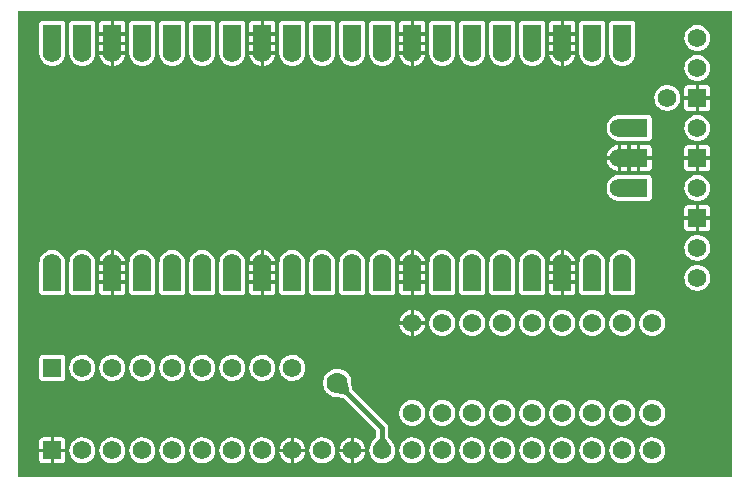
<source format=gtl>
G04 Layer: TopLayer*
G04 EasyEDA v6.5.39, 2024-02-04 18:14:06*
G04 e2768ddda3314ff98ce937aebec43eb4,5509f98a9368439c9cde498926e245b9,10*
G04 Gerber Generator version 0.2*
G04 Scale: 100 percent, Rotated: No, Reflected: No *
G04 Dimensions in inches *
G04 leading zeros omitted , absolute positions ,3 integer and 6 decimal *
%FSLAX36Y36*%
%MOIN*%

%ADD10C,0.0150*%
%ADD11R,0.0630X0.0630*%
%ADD12C,0.0620*%
%ADD13R,0.0620X0.0630*%
%ADD14R,0.0620X0.0620*%
%ADD15C,0.0700*%
%ADD16C,0.0191*%

%LPD*%
G36*
X114200Y110200D02*
G01*
X112660Y110500D01*
X111380Y111380D01*
X110500Y112660D01*
X110200Y114200D01*
X110200Y1660600D01*
X110500Y1662140D01*
X111380Y1663420D01*
X112660Y1664300D01*
X114200Y1664600D01*
X2487380Y1664600D01*
X2488900Y1664300D01*
X2490200Y1663420D01*
X2491060Y1662140D01*
X2491380Y1660600D01*
X2491380Y114200D01*
X2491060Y112660D01*
X2490200Y111380D01*
X2488900Y110500D01*
X2487380Y110200D01*
G37*

%LPC*%
G36*
X194200Y156800D02*
G01*
X219000Y156800D01*
X219000Y194000D01*
X181800Y194000D01*
X181800Y169200D01*
X182040Y166620D01*
X182740Y164340D01*
X183860Y162220D01*
X185380Y160380D01*
X187220Y158860D01*
X189340Y157740D01*
X191620Y157040D01*
G37*
G36*
X231000Y156800D02*
G01*
X255799Y156800D01*
X258380Y157040D01*
X260660Y157740D01*
X262780Y158860D01*
X264620Y160380D01*
X266140Y162220D01*
X267260Y164340D01*
X267960Y166620D01*
X268200Y169200D01*
X268200Y194000D01*
X231000Y194000D01*
G37*
G36*
X726380Y156820D02*
G01*
X731900Y157360D01*
X737300Y158580D01*
X742480Y160500D01*
X747400Y163060D01*
X751940Y166220D01*
X756040Y169940D01*
X759620Y174160D01*
X762640Y178800D01*
X765040Y183780D01*
X766780Y189040D01*
X767840Y194480D01*
X768199Y200000D01*
X767840Y205520D01*
X766780Y210960D01*
X765040Y216220D01*
X762640Y221200D01*
X759620Y225840D01*
X756040Y230060D01*
X751940Y233780D01*
X747400Y236940D01*
X742480Y239500D01*
X737300Y241420D01*
X731900Y242640D01*
X726380Y243180D01*
X720860Y243000D01*
X715380Y242120D01*
X710080Y240539D01*
X705020Y238299D01*
X700280Y235440D01*
X695960Y231980D01*
X692099Y228000D01*
X688800Y223560D01*
X686080Y218740D01*
X684000Y213619D01*
X682600Y208260D01*
X681880Y202760D01*
X681880Y197240D01*
X682600Y191740D01*
X684000Y186380D01*
X686080Y181260D01*
X688800Y176439D01*
X692099Y172000D01*
X695960Y168020D01*
X700280Y164560D01*
X705020Y161700D01*
X710080Y159460D01*
X715380Y157880D01*
X720860Y157000D01*
G37*
G36*
X826380Y156820D02*
G01*
X831900Y157360D01*
X837300Y158580D01*
X842480Y160500D01*
X847400Y163060D01*
X851940Y166220D01*
X856040Y169940D01*
X859620Y174160D01*
X862640Y178800D01*
X865040Y183780D01*
X866780Y189040D01*
X867840Y194480D01*
X868199Y200000D01*
X867840Y205520D01*
X866780Y210960D01*
X865040Y216220D01*
X862640Y221200D01*
X859620Y225840D01*
X856040Y230060D01*
X851940Y233780D01*
X847400Y236940D01*
X842480Y239500D01*
X837300Y241420D01*
X831900Y242640D01*
X826380Y243180D01*
X820860Y243000D01*
X815380Y242120D01*
X810080Y240539D01*
X805020Y238299D01*
X800280Y235440D01*
X795960Y231980D01*
X792099Y228000D01*
X788800Y223560D01*
X786080Y218740D01*
X784000Y213619D01*
X782600Y208260D01*
X781880Y202760D01*
X781880Y197240D01*
X782600Y191740D01*
X784000Y186380D01*
X786080Y181260D01*
X788800Y176439D01*
X792099Y172000D01*
X795960Y168020D01*
X800280Y164560D01*
X805020Y161700D01*
X810080Y159460D01*
X815380Y157880D01*
X820860Y157000D01*
G37*
G36*
X526380Y156820D02*
G01*
X531900Y157360D01*
X537300Y158580D01*
X542480Y160500D01*
X547400Y163060D01*
X551940Y166220D01*
X556040Y169940D01*
X559620Y174160D01*
X562640Y178800D01*
X565040Y183780D01*
X566780Y189040D01*
X567840Y194480D01*
X568200Y200000D01*
X567840Y205520D01*
X566780Y210960D01*
X565040Y216220D01*
X562640Y221200D01*
X559620Y225840D01*
X556040Y230060D01*
X551940Y233780D01*
X547400Y236940D01*
X542480Y239500D01*
X537300Y241420D01*
X531900Y242640D01*
X526380Y243180D01*
X520860Y243000D01*
X515379Y242120D01*
X510080Y240539D01*
X505020Y238299D01*
X500280Y235440D01*
X495959Y231980D01*
X492100Y228000D01*
X488800Y223560D01*
X486079Y218740D01*
X484000Y213619D01*
X482600Y208260D01*
X481880Y202760D01*
X481880Y197240D01*
X482600Y191740D01*
X484000Y186380D01*
X486079Y181260D01*
X488800Y176439D01*
X492100Y172000D01*
X495959Y168020D01*
X500280Y164560D01*
X505020Y161700D01*
X510080Y159460D01*
X515379Y157880D01*
X520860Y157000D01*
G37*
G36*
X626380Y156820D02*
G01*
X631900Y157360D01*
X637300Y158580D01*
X642480Y160500D01*
X647400Y163060D01*
X651940Y166220D01*
X656040Y169940D01*
X659620Y174160D01*
X662640Y178800D01*
X665040Y183780D01*
X666780Y189040D01*
X667840Y194480D01*
X668199Y200000D01*
X667840Y205520D01*
X666780Y210960D01*
X665040Y216220D01*
X662640Y221200D01*
X659620Y225840D01*
X656040Y230060D01*
X651940Y233780D01*
X647400Y236940D01*
X642480Y239500D01*
X637300Y241420D01*
X631900Y242640D01*
X626380Y243180D01*
X620860Y243000D01*
X615380Y242120D01*
X610080Y240539D01*
X605020Y238299D01*
X600280Y235440D01*
X595960Y231980D01*
X592100Y228000D01*
X588800Y223560D01*
X586080Y218740D01*
X584000Y213619D01*
X582600Y208260D01*
X581880Y202760D01*
X581880Y197240D01*
X582600Y191740D01*
X584000Y186380D01*
X586080Y181260D01*
X588800Y176439D01*
X592100Y172000D01*
X595960Y168020D01*
X600280Y164560D01*
X605020Y161700D01*
X610080Y159460D01*
X615380Y157880D01*
X620860Y157000D01*
G37*
G36*
X426380Y156820D02*
G01*
X431900Y157360D01*
X437299Y158580D01*
X442480Y160500D01*
X447400Y163060D01*
X451940Y166220D01*
X456040Y169940D01*
X459620Y174160D01*
X462640Y178800D01*
X465040Y183780D01*
X466780Y189040D01*
X467840Y194480D01*
X468200Y200000D01*
X467840Y205520D01*
X466780Y210960D01*
X465040Y216220D01*
X462640Y221200D01*
X459620Y225840D01*
X456040Y230060D01*
X451940Y233780D01*
X447400Y236940D01*
X442480Y239500D01*
X437299Y241420D01*
X431900Y242640D01*
X426380Y243180D01*
X420860Y243000D01*
X415379Y242120D01*
X410080Y240539D01*
X405020Y238299D01*
X400280Y235440D01*
X395959Y231980D01*
X392100Y228000D01*
X388800Y223560D01*
X386079Y218740D01*
X384000Y213619D01*
X382600Y208260D01*
X381880Y202760D01*
X381880Y197240D01*
X382600Y191740D01*
X384000Y186380D01*
X386079Y181260D01*
X388800Y176439D01*
X392100Y172000D01*
X395959Y168020D01*
X400280Y164560D01*
X405020Y161700D01*
X410080Y159460D01*
X415379Y157880D01*
X420860Y157000D01*
G37*
G36*
X326380Y156820D02*
G01*
X331900Y157360D01*
X337299Y158580D01*
X342480Y160500D01*
X347400Y163060D01*
X351940Y166220D01*
X356040Y169940D01*
X359620Y174160D01*
X362640Y178800D01*
X365040Y183780D01*
X366780Y189040D01*
X367840Y194480D01*
X368200Y200000D01*
X367840Y205520D01*
X366780Y210960D01*
X365040Y216220D01*
X362640Y221200D01*
X359620Y225840D01*
X356040Y230060D01*
X351940Y233780D01*
X347400Y236940D01*
X342480Y239500D01*
X337299Y241420D01*
X331900Y242640D01*
X326380Y243180D01*
X320860Y243000D01*
X315380Y242120D01*
X310080Y240539D01*
X305020Y238299D01*
X300280Y235440D01*
X295960Y231980D01*
X292100Y228000D01*
X288800Y223560D01*
X286080Y218740D01*
X284000Y213619D01*
X282600Y208260D01*
X281880Y202760D01*
X281880Y197240D01*
X282600Y191740D01*
X284000Y186380D01*
X286080Y181260D01*
X288800Y176439D01*
X292100Y172000D01*
X295960Y168020D01*
X300280Y164560D01*
X305020Y161700D01*
X310080Y159460D01*
X315380Y157880D01*
X320860Y157000D01*
G37*
G36*
X926380Y156820D02*
G01*
X931900Y157360D01*
X937300Y158580D01*
X942480Y160500D01*
X947400Y163060D01*
X951940Y166220D01*
X956040Y169940D01*
X959620Y174160D01*
X962640Y178800D01*
X965040Y183780D01*
X966780Y189040D01*
X967840Y194480D01*
X968199Y200000D01*
X967840Y205520D01*
X966780Y210960D01*
X965040Y216220D01*
X962640Y221200D01*
X959620Y225840D01*
X956040Y230060D01*
X951940Y233780D01*
X947400Y236940D01*
X942480Y239500D01*
X937300Y241420D01*
X931900Y242640D01*
X926380Y243180D01*
X920860Y243000D01*
X915380Y242120D01*
X910080Y240539D01*
X905020Y238299D01*
X900280Y235440D01*
X895960Y231980D01*
X892099Y228000D01*
X888800Y223560D01*
X886080Y218740D01*
X884000Y213619D01*
X882600Y208260D01*
X881880Y202760D01*
X881880Y197240D01*
X882600Y191740D01*
X884000Y186380D01*
X886080Y181260D01*
X888800Y176439D01*
X892099Y172000D01*
X895960Y168020D01*
X900280Y164560D01*
X905020Y161700D01*
X910080Y159460D01*
X915380Y157880D01*
X920860Y157000D01*
G37*
G36*
X1526380Y156820D02*
G01*
X1531900Y157360D01*
X1537300Y158580D01*
X1542480Y160500D01*
X1547400Y163060D01*
X1551940Y166220D01*
X1556040Y169940D01*
X1559620Y174160D01*
X1562640Y178800D01*
X1565040Y183780D01*
X1566780Y189040D01*
X1567840Y194480D01*
X1568200Y200000D01*
X1567840Y205520D01*
X1566780Y210960D01*
X1565040Y216220D01*
X1562640Y221200D01*
X1559620Y225840D01*
X1556040Y230060D01*
X1551940Y233780D01*
X1547400Y236940D01*
X1542480Y239500D01*
X1537300Y241420D01*
X1531900Y242640D01*
X1526380Y243180D01*
X1520860Y243000D01*
X1515380Y242120D01*
X1510080Y240539D01*
X1505020Y238299D01*
X1500280Y235440D01*
X1495960Y231980D01*
X1492100Y228000D01*
X1488800Y223560D01*
X1486080Y218740D01*
X1484000Y213619D01*
X1482600Y208260D01*
X1481879Y202760D01*
X1481879Y197240D01*
X1482600Y191740D01*
X1484000Y186380D01*
X1486080Y181260D01*
X1488800Y176439D01*
X1492100Y172000D01*
X1495960Y168020D01*
X1500280Y164560D01*
X1505020Y161700D01*
X1510080Y159460D01*
X1515380Y157880D01*
X1520860Y157000D01*
G37*
G36*
X2026380Y156820D02*
G01*
X2031900Y157360D01*
X2037300Y158580D01*
X2042480Y160500D01*
X2047400Y163060D01*
X2051940Y166220D01*
X2056040Y169940D01*
X2059620Y174160D01*
X2062640Y178800D01*
X2065040Y183780D01*
X2066780Y189040D01*
X2067840Y194480D01*
X2068200Y200000D01*
X2067840Y205520D01*
X2066780Y210960D01*
X2065040Y216220D01*
X2062640Y221200D01*
X2059620Y225840D01*
X2056040Y230060D01*
X2051940Y233780D01*
X2047400Y236940D01*
X2042480Y239500D01*
X2037300Y241420D01*
X2031900Y242640D01*
X2026380Y243180D01*
X2020860Y243000D01*
X2015380Y242120D01*
X2010080Y240539D01*
X2005020Y238299D01*
X2000280Y235440D01*
X1995960Y231980D01*
X1992100Y228000D01*
X1988800Y223560D01*
X1986080Y218740D01*
X1984000Y213619D01*
X1982600Y208260D01*
X1981879Y202760D01*
X1981879Y197240D01*
X1982600Y191740D01*
X1984000Y186380D01*
X1986080Y181260D01*
X1988800Y176439D01*
X1992100Y172000D01*
X1995960Y168020D01*
X2000280Y164560D01*
X2005020Y161700D01*
X2010080Y159460D01*
X2015380Y157880D01*
X2020860Y157000D01*
G37*
G36*
X1126380Y156820D02*
G01*
X1131900Y157360D01*
X1137300Y158580D01*
X1142480Y160500D01*
X1147400Y163060D01*
X1151940Y166220D01*
X1156040Y169940D01*
X1159620Y174160D01*
X1162640Y178800D01*
X1165040Y183780D01*
X1166780Y189040D01*
X1167840Y194480D01*
X1168200Y200000D01*
X1167840Y205520D01*
X1166780Y210960D01*
X1165040Y216220D01*
X1162640Y221200D01*
X1159620Y225840D01*
X1156040Y230060D01*
X1151940Y233780D01*
X1147400Y236940D01*
X1142480Y239500D01*
X1137300Y241420D01*
X1131900Y242640D01*
X1126380Y243180D01*
X1120860Y243000D01*
X1115380Y242120D01*
X1110080Y240539D01*
X1105020Y238299D01*
X1100280Y235440D01*
X1095960Y231980D01*
X1092100Y228000D01*
X1088800Y223560D01*
X1086080Y218740D01*
X1084000Y213619D01*
X1082600Y208260D01*
X1081880Y202760D01*
X1081880Y197240D01*
X1082600Y191740D01*
X1084000Y186380D01*
X1086080Y181260D01*
X1088800Y176439D01*
X1092100Y172000D01*
X1095960Y168020D01*
X1100280Y164560D01*
X1105020Y161700D01*
X1110080Y159460D01*
X1115380Y157880D01*
X1120860Y157000D01*
G37*
G36*
X2226380Y156820D02*
G01*
X2231900Y157360D01*
X2237300Y158580D01*
X2242480Y160500D01*
X2247400Y163060D01*
X2251940Y166220D01*
X2256040Y169940D01*
X2259620Y174160D01*
X2262640Y178800D01*
X2265040Y183780D01*
X2266780Y189040D01*
X2267840Y194480D01*
X2268200Y200000D01*
X2267840Y205520D01*
X2266780Y210960D01*
X2265040Y216220D01*
X2262640Y221200D01*
X2259620Y225840D01*
X2256040Y230060D01*
X2251940Y233780D01*
X2247400Y236940D01*
X2242480Y239500D01*
X2237300Y241420D01*
X2231900Y242640D01*
X2226380Y243180D01*
X2220860Y243000D01*
X2215380Y242120D01*
X2210080Y240539D01*
X2205020Y238299D01*
X2200280Y235440D01*
X2195960Y231980D01*
X2192100Y228000D01*
X2188800Y223560D01*
X2186080Y218740D01*
X2184000Y213619D01*
X2182600Y208260D01*
X2181880Y202760D01*
X2181880Y197240D01*
X2182600Y191740D01*
X2184000Y186380D01*
X2186080Y181260D01*
X2188800Y176439D01*
X2192100Y172000D01*
X2195960Y168020D01*
X2200280Y164560D01*
X2205020Y161700D01*
X2210080Y159460D01*
X2215380Y157880D01*
X2220860Y157000D01*
G37*
G36*
X2126380Y156820D02*
G01*
X2131900Y157360D01*
X2137300Y158580D01*
X2142480Y160500D01*
X2147400Y163060D01*
X2151940Y166220D01*
X2156040Y169940D01*
X2159620Y174160D01*
X2162640Y178800D01*
X2165040Y183780D01*
X2166780Y189040D01*
X2167840Y194480D01*
X2168200Y200000D01*
X2167840Y205520D01*
X2166780Y210960D01*
X2165040Y216220D01*
X2162640Y221200D01*
X2159620Y225840D01*
X2156040Y230060D01*
X2151940Y233780D01*
X2147400Y236940D01*
X2142480Y239500D01*
X2137300Y241420D01*
X2131900Y242640D01*
X2126380Y243180D01*
X2120860Y243000D01*
X2115380Y242120D01*
X2110080Y240539D01*
X2105020Y238299D01*
X2100280Y235440D01*
X2095960Y231980D01*
X2092100Y228000D01*
X2088800Y223560D01*
X2086080Y218740D01*
X2084000Y213619D01*
X2082600Y208260D01*
X2081879Y202760D01*
X2081879Y197240D01*
X2082600Y191740D01*
X2084000Y186380D01*
X2086080Y181260D01*
X2088800Y176439D01*
X2092100Y172000D01*
X2095960Y168020D01*
X2100280Y164560D01*
X2105020Y161700D01*
X2110080Y159460D01*
X2115380Y157880D01*
X2120860Y157000D01*
G37*
G36*
X1426380Y156820D02*
G01*
X1431900Y157360D01*
X1437300Y158580D01*
X1442480Y160500D01*
X1447400Y163060D01*
X1451940Y166220D01*
X1456040Y169940D01*
X1459620Y174160D01*
X1462640Y178800D01*
X1465040Y183780D01*
X1466780Y189040D01*
X1467840Y194480D01*
X1468200Y200000D01*
X1467840Y205520D01*
X1466780Y210960D01*
X1465040Y216220D01*
X1462640Y221200D01*
X1459620Y225840D01*
X1456040Y230060D01*
X1451940Y233780D01*
X1447400Y236940D01*
X1442480Y239500D01*
X1437300Y241420D01*
X1431900Y242640D01*
X1426380Y243180D01*
X1420860Y243000D01*
X1415380Y242120D01*
X1410080Y240539D01*
X1405020Y238299D01*
X1400280Y235440D01*
X1395960Y231980D01*
X1392100Y228000D01*
X1388800Y223560D01*
X1386080Y218740D01*
X1384000Y213619D01*
X1382600Y208260D01*
X1381879Y202760D01*
X1381879Y197240D01*
X1382600Y191740D01*
X1384000Y186380D01*
X1386080Y181260D01*
X1388800Y176439D01*
X1392100Y172000D01*
X1395960Y168020D01*
X1400280Y164560D01*
X1405020Y161700D01*
X1410080Y159460D01*
X1415380Y157880D01*
X1420860Y157000D01*
G37*
G36*
X1926380Y156820D02*
G01*
X1931900Y157360D01*
X1937300Y158580D01*
X1942480Y160500D01*
X1947400Y163060D01*
X1951940Y166220D01*
X1956040Y169940D01*
X1959620Y174160D01*
X1962640Y178800D01*
X1965040Y183780D01*
X1966780Y189040D01*
X1967840Y194480D01*
X1968200Y200000D01*
X1967840Y205520D01*
X1966780Y210960D01*
X1965040Y216220D01*
X1962640Y221200D01*
X1959620Y225840D01*
X1956040Y230060D01*
X1951940Y233780D01*
X1947400Y236940D01*
X1942480Y239500D01*
X1937300Y241420D01*
X1931900Y242640D01*
X1926380Y243180D01*
X1920860Y243000D01*
X1915380Y242120D01*
X1910080Y240539D01*
X1905020Y238299D01*
X1900280Y235440D01*
X1895960Y231980D01*
X1892100Y228000D01*
X1888800Y223560D01*
X1886080Y218740D01*
X1884000Y213619D01*
X1882600Y208260D01*
X1881879Y202760D01*
X1881879Y197240D01*
X1882600Y191740D01*
X1884000Y186380D01*
X1886080Y181260D01*
X1888800Y176439D01*
X1892100Y172000D01*
X1895960Y168020D01*
X1900280Y164560D01*
X1905020Y161700D01*
X1910080Y159460D01*
X1915380Y157880D01*
X1920860Y157000D01*
G37*
G36*
X1826380Y156820D02*
G01*
X1831900Y157360D01*
X1837300Y158580D01*
X1842480Y160500D01*
X1847400Y163060D01*
X1851940Y166220D01*
X1856040Y169940D01*
X1859620Y174160D01*
X1862640Y178800D01*
X1865040Y183780D01*
X1866780Y189040D01*
X1867840Y194480D01*
X1868200Y200000D01*
X1867840Y205520D01*
X1866780Y210960D01*
X1865040Y216220D01*
X1862640Y221200D01*
X1859620Y225840D01*
X1856040Y230060D01*
X1851940Y233780D01*
X1847400Y236940D01*
X1842480Y239500D01*
X1837300Y241420D01*
X1831900Y242640D01*
X1826380Y243180D01*
X1820860Y243000D01*
X1815380Y242120D01*
X1810080Y240539D01*
X1805020Y238299D01*
X1800280Y235440D01*
X1795960Y231980D01*
X1792100Y228000D01*
X1788800Y223560D01*
X1786080Y218740D01*
X1784000Y213619D01*
X1782600Y208260D01*
X1781879Y202760D01*
X1781879Y197240D01*
X1782600Y191740D01*
X1784000Y186380D01*
X1786080Y181260D01*
X1788800Y176439D01*
X1792100Y172000D01*
X1795960Y168020D01*
X1800280Y164560D01*
X1805020Y161700D01*
X1810080Y159460D01*
X1815380Y157880D01*
X1820860Y157000D01*
G37*
G36*
X1726380Y156820D02*
G01*
X1731900Y157360D01*
X1737300Y158580D01*
X1742480Y160500D01*
X1747400Y163060D01*
X1751940Y166220D01*
X1756040Y169940D01*
X1759620Y174160D01*
X1762640Y178800D01*
X1765040Y183780D01*
X1766780Y189040D01*
X1767840Y194480D01*
X1768200Y200000D01*
X1767840Y205520D01*
X1766780Y210960D01*
X1765040Y216220D01*
X1762640Y221200D01*
X1759620Y225840D01*
X1756040Y230060D01*
X1751940Y233780D01*
X1747400Y236940D01*
X1742480Y239500D01*
X1737300Y241420D01*
X1731900Y242640D01*
X1726380Y243180D01*
X1720860Y243000D01*
X1715380Y242120D01*
X1710080Y240539D01*
X1705020Y238299D01*
X1700280Y235440D01*
X1695960Y231980D01*
X1692100Y228000D01*
X1688800Y223560D01*
X1686080Y218740D01*
X1684000Y213619D01*
X1682600Y208260D01*
X1681879Y202760D01*
X1681879Y197240D01*
X1682600Y191740D01*
X1684000Y186380D01*
X1686080Y181260D01*
X1688800Y176439D01*
X1692100Y172000D01*
X1695960Y168020D01*
X1700280Y164560D01*
X1705020Y161700D01*
X1710080Y159460D01*
X1715380Y157880D01*
X1720860Y157000D01*
G37*
G36*
X1626380Y156820D02*
G01*
X1631900Y157360D01*
X1637300Y158580D01*
X1642480Y160500D01*
X1647400Y163060D01*
X1651940Y166220D01*
X1656040Y169940D01*
X1659620Y174160D01*
X1662640Y178800D01*
X1665040Y183780D01*
X1666780Y189040D01*
X1667840Y194480D01*
X1668200Y200000D01*
X1667840Y205520D01*
X1666780Y210960D01*
X1665040Y216220D01*
X1662640Y221200D01*
X1659620Y225840D01*
X1656040Y230060D01*
X1651940Y233780D01*
X1647400Y236940D01*
X1642480Y239500D01*
X1637300Y241420D01*
X1631900Y242640D01*
X1626380Y243180D01*
X1620860Y243000D01*
X1615380Y242120D01*
X1610080Y240539D01*
X1605020Y238299D01*
X1600280Y235440D01*
X1595960Y231980D01*
X1592100Y228000D01*
X1588800Y223560D01*
X1586080Y218740D01*
X1584000Y213619D01*
X1582600Y208260D01*
X1581879Y202760D01*
X1581879Y197240D01*
X1582600Y191740D01*
X1584000Y186380D01*
X1586080Y181260D01*
X1588800Y176439D01*
X1592100Y172000D01*
X1595960Y168020D01*
X1600280Y164560D01*
X1605020Y161700D01*
X1610080Y159460D01*
X1615380Y157880D01*
X1620860Y157000D01*
G37*
G36*
X1326380Y156820D02*
G01*
X1331900Y157360D01*
X1337300Y158580D01*
X1342480Y160500D01*
X1347400Y163060D01*
X1351940Y166220D01*
X1356040Y169940D01*
X1359620Y174160D01*
X1362640Y178800D01*
X1365040Y183780D01*
X1366780Y189040D01*
X1367840Y194480D01*
X1368200Y200000D01*
X1367840Y205520D01*
X1366780Y210960D01*
X1365040Y216220D01*
X1362640Y221200D01*
X1359600Y225859D01*
X1358120Y227680D01*
X1345480Y245120D01*
X1344900Y246240D01*
X1344700Y247460D01*
X1344700Y274920D01*
X1344620Y276720D01*
X1344400Y278420D01*
X1344040Y280100D01*
X1343520Y281740D01*
X1342860Y283320D01*
X1342060Y284860D01*
X1341140Y286300D01*
X1340100Y287660D01*
X1338880Y289000D01*
X1226520Y401360D01*
X1225760Y402420D01*
X1225380Y403660D01*
X1222020Y428960D01*
X1221860Y430740D01*
X1220780Y436520D01*
X1219020Y442060D01*
X1216580Y447340D01*
X1213520Y452280D01*
X1209880Y456800D01*
X1205700Y460840D01*
X1201080Y464340D01*
X1196040Y467260D01*
X1190680Y469520D01*
X1185100Y471100D01*
X1179360Y472000D01*
X1173540Y472180D01*
X1167760Y471640D01*
X1162080Y470400D01*
X1156600Y468459D01*
X1151400Y465880D01*
X1146560Y462660D01*
X1142140Y458880D01*
X1138220Y454600D01*
X1134860Y449840D01*
X1132120Y444720D01*
X1130020Y439300D01*
X1128600Y433680D01*
X1127880Y427900D01*
X1127880Y422100D01*
X1128600Y416320D01*
X1130020Y410700D01*
X1132120Y405280D01*
X1134860Y400160D01*
X1138220Y395400D01*
X1142140Y391120D01*
X1146560Y387340D01*
X1151400Y384120D01*
X1156600Y381540D01*
X1162080Y379600D01*
X1167800Y378340D01*
X1171200Y377960D01*
X1196340Y374620D01*
X1197580Y374240D01*
X1198640Y373480D01*
X1304120Y268000D01*
X1304980Y266720D01*
X1305300Y265180D01*
X1305300Y247460D01*
X1305100Y246240D01*
X1304520Y245120D01*
X1292180Y228100D01*
X1288800Y223560D01*
X1286080Y218740D01*
X1284000Y213619D01*
X1282600Y208260D01*
X1281879Y202760D01*
X1281879Y197240D01*
X1282600Y191740D01*
X1284000Y186380D01*
X1286080Y181260D01*
X1288800Y176439D01*
X1292100Y172000D01*
X1295960Y168020D01*
X1300280Y164560D01*
X1305020Y161700D01*
X1310080Y159460D01*
X1315380Y157880D01*
X1320860Y157000D01*
G37*
G36*
X1231000Y157260D02*
G01*
X1231900Y157360D01*
X1237300Y158580D01*
X1242480Y160500D01*
X1247400Y163060D01*
X1251940Y166220D01*
X1256040Y169940D01*
X1259620Y174160D01*
X1262640Y178800D01*
X1265040Y183780D01*
X1266780Y189040D01*
X1267760Y194000D01*
X1231000Y194000D01*
G37*
G36*
X1031000Y157260D02*
G01*
X1031900Y157360D01*
X1037300Y158580D01*
X1042480Y160500D01*
X1047400Y163060D01*
X1051940Y166220D01*
X1056040Y169940D01*
X1059620Y174160D01*
X1062640Y178800D01*
X1065040Y183780D01*
X1066780Y189040D01*
X1067760Y194000D01*
X1031000Y194000D01*
G37*
G36*
X1219000Y157300D02*
G01*
X1219000Y194000D01*
X1182300Y194000D01*
X1182600Y191740D01*
X1184000Y186380D01*
X1186080Y181260D01*
X1188800Y176439D01*
X1192100Y172000D01*
X1195960Y168020D01*
X1200280Y164560D01*
X1205020Y161700D01*
X1210080Y159460D01*
X1215380Y157880D01*
G37*
G36*
X1019000Y157300D02*
G01*
X1019000Y194000D01*
X982300Y194000D01*
X982600Y191740D01*
X984000Y186380D01*
X986080Y181260D01*
X988800Y176439D01*
X992099Y172000D01*
X995960Y168020D01*
X1000280Y164560D01*
X1005020Y161700D01*
X1010080Y159460D01*
X1015380Y157880D01*
G37*
G36*
X1182300Y206000D02*
G01*
X1219000Y206000D01*
X1219000Y242700D01*
X1215380Y242120D01*
X1210080Y240539D01*
X1205020Y238299D01*
X1200280Y235440D01*
X1195960Y231980D01*
X1192100Y228000D01*
X1188800Y223560D01*
X1186080Y218740D01*
X1184000Y213619D01*
X1182600Y208260D01*
G37*
G36*
X982300Y206000D02*
G01*
X1019000Y206000D01*
X1019000Y242700D01*
X1015380Y242120D01*
X1010080Y240539D01*
X1005020Y238299D01*
X1000280Y235440D01*
X995960Y231980D01*
X992099Y228000D01*
X988800Y223560D01*
X986080Y218740D01*
X984000Y213619D01*
X982600Y208260D01*
G37*
G36*
X1231000Y206000D02*
G01*
X1267760Y206000D01*
X1266780Y210960D01*
X1265040Y216220D01*
X1262640Y221200D01*
X1259620Y225840D01*
X1256040Y230060D01*
X1251940Y233780D01*
X1247400Y236940D01*
X1242480Y239500D01*
X1237300Y241420D01*
X1231900Y242640D01*
X1231000Y242740D01*
G37*
G36*
X1031000Y206000D02*
G01*
X1067760Y206000D01*
X1066780Y210960D01*
X1065040Y216220D01*
X1062640Y221200D01*
X1059620Y225840D01*
X1056040Y230060D01*
X1051940Y233780D01*
X1047400Y236940D01*
X1042480Y239500D01*
X1037300Y241420D01*
X1031900Y242640D01*
X1031000Y242740D01*
G37*
G36*
X231000Y206000D02*
G01*
X268200Y206000D01*
X268200Y230799D01*
X267960Y233380D01*
X267260Y235660D01*
X266140Y237780D01*
X264620Y239620D01*
X262780Y241140D01*
X260660Y242260D01*
X258380Y242960D01*
X255799Y243200D01*
X231000Y243200D01*
G37*
G36*
X181800Y206000D02*
G01*
X219000Y206000D01*
X219000Y243200D01*
X194200Y243200D01*
X191620Y242960D01*
X189340Y242260D01*
X187220Y241140D01*
X185380Y239620D01*
X183860Y237780D01*
X182740Y235660D01*
X182040Y233380D01*
X181800Y230799D01*
G37*
G36*
X1523620Y281820D02*
G01*
X1529139Y282000D01*
X1534620Y282880D01*
X1539920Y284460D01*
X1544980Y286700D01*
X1549720Y289560D01*
X1554040Y293020D01*
X1557900Y297000D01*
X1561200Y301440D01*
X1563920Y306260D01*
X1566000Y311380D01*
X1567400Y316740D01*
X1568120Y322239D01*
X1568120Y327760D01*
X1567400Y333260D01*
X1566000Y338620D01*
X1563920Y343740D01*
X1561200Y348560D01*
X1557900Y353000D01*
X1554040Y356980D01*
X1549720Y360439D01*
X1544980Y363300D01*
X1539920Y365540D01*
X1534620Y367120D01*
X1529139Y368000D01*
X1523620Y368180D01*
X1518100Y367640D01*
X1512700Y366420D01*
X1507520Y364500D01*
X1502600Y361940D01*
X1498060Y358780D01*
X1493959Y355060D01*
X1490380Y350840D01*
X1487360Y346200D01*
X1484960Y341220D01*
X1483220Y335959D01*
X1482160Y330520D01*
X1481800Y325000D01*
X1482160Y319480D01*
X1483220Y314040D01*
X1484960Y308780D01*
X1487360Y303800D01*
X1490380Y299160D01*
X1493959Y294940D01*
X1498060Y291220D01*
X1502600Y288060D01*
X1507520Y285500D01*
X1512700Y283580D01*
X1518100Y282360D01*
G37*
G36*
X2023620Y281820D02*
G01*
X2029139Y282000D01*
X2034620Y282880D01*
X2039920Y284460D01*
X2044980Y286700D01*
X2049720Y289560D01*
X2054040Y293020D01*
X2057900Y297000D01*
X2061200Y301440D01*
X2063920Y306260D01*
X2066000Y311380D01*
X2067400Y316740D01*
X2068120Y322239D01*
X2068120Y327760D01*
X2067400Y333260D01*
X2066000Y338620D01*
X2063920Y343740D01*
X2061200Y348560D01*
X2057900Y353000D01*
X2054040Y356980D01*
X2049720Y360439D01*
X2044980Y363300D01*
X2039920Y365540D01*
X2034620Y367120D01*
X2029139Y368000D01*
X2023620Y368180D01*
X2018100Y367640D01*
X2012700Y366420D01*
X2007520Y364500D01*
X2002600Y361940D01*
X1998060Y358780D01*
X1993959Y355060D01*
X1990380Y350840D01*
X1987360Y346200D01*
X1984960Y341220D01*
X1983220Y335959D01*
X1982160Y330520D01*
X1981800Y325000D01*
X1982160Y319480D01*
X1983220Y314040D01*
X1984960Y308780D01*
X1987360Y303800D01*
X1990380Y299160D01*
X1993959Y294940D01*
X1998060Y291220D01*
X2002600Y288060D01*
X2007520Y285500D01*
X2012700Y283580D01*
X2018100Y282360D01*
G37*
G36*
X1423620Y281820D02*
G01*
X1429139Y282000D01*
X1434620Y282880D01*
X1439920Y284460D01*
X1444980Y286700D01*
X1449720Y289560D01*
X1454040Y293020D01*
X1457900Y297000D01*
X1461200Y301440D01*
X1463920Y306260D01*
X1466000Y311380D01*
X1467400Y316740D01*
X1468120Y322239D01*
X1468120Y327760D01*
X1467400Y333260D01*
X1466000Y338620D01*
X1463920Y343740D01*
X1461200Y348560D01*
X1457900Y353000D01*
X1454040Y356980D01*
X1449720Y360439D01*
X1444980Y363300D01*
X1439920Y365540D01*
X1434620Y367120D01*
X1429139Y368000D01*
X1423620Y368180D01*
X1418100Y367640D01*
X1412700Y366420D01*
X1407520Y364500D01*
X1402600Y361940D01*
X1398060Y358780D01*
X1393959Y355060D01*
X1390380Y350840D01*
X1387360Y346200D01*
X1384960Y341220D01*
X1383220Y335959D01*
X1382160Y330520D01*
X1381800Y325000D01*
X1382160Y319480D01*
X1383220Y314040D01*
X1384960Y308780D01*
X1387360Y303800D01*
X1390380Y299160D01*
X1393959Y294940D01*
X1398060Y291220D01*
X1402600Y288060D01*
X1407520Y285500D01*
X1412700Y283580D01*
X1418100Y282360D01*
G37*
G36*
X1923620Y281820D02*
G01*
X1929139Y282000D01*
X1934620Y282880D01*
X1939920Y284460D01*
X1944980Y286700D01*
X1949720Y289560D01*
X1954040Y293020D01*
X1957900Y297000D01*
X1961200Y301440D01*
X1963920Y306260D01*
X1966000Y311380D01*
X1967400Y316740D01*
X1968120Y322239D01*
X1968120Y327760D01*
X1967400Y333260D01*
X1966000Y338620D01*
X1963920Y343740D01*
X1961200Y348560D01*
X1957900Y353000D01*
X1954040Y356980D01*
X1949720Y360439D01*
X1944980Y363300D01*
X1939920Y365540D01*
X1934620Y367120D01*
X1929139Y368000D01*
X1923620Y368180D01*
X1918100Y367640D01*
X1912700Y366420D01*
X1907520Y364500D01*
X1902600Y361940D01*
X1898060Y358780D01*
X1893959Y355060D01*
X1890380Y350840D01*
X1887360Y346200D01*
X1884960Y341220D01*
X1883220Y335959D01*
X1882160Y330520D01*
X1881800Y325000D01*
X1882160Y319480D01*
X1883220Y314040D01*
X1884960Y308780D01*
X1887360Y303800D01*
X1890380Y299160D01*
X1893959Y294940D01*
X1898060Y291220D01*
X1902600Y288060D01*
X1907520Y285500D01*
X1912700Y283580D01*
X1918100Y282360D01*
G37*
G36*
X2123620Y281820D02*
G01*
X2129140Y282000D01*
X2134620Y282880D01*
X2139920Y284460D01*
X2144980Y286700D01*
X2149720Y289560D01*
X2154040Y293020D01*
X2157900Y297000D01*
X2161200Y301440D01*
X2163920Y306260D01*
X2166000Y311380D01*
X2167400Y316740D01*
X2168120Y322239D01*
X2168120Y327760D01*
X2167400Y333260D01*
X2166000Y338620D01*
X2163920Y343740D01*
X2161200Y348560D01*
X2157900Y353000D01*
X2154040Y356980D01*
X2149720Y360439D01*
X2144980Y363300D01*
X2139920Y365540D01*
X2134620Y367120D01*
X2129140Y368000D01*
X2123620Y368180D01*
X2118100Y367640D01*
X2112700Y366420D01*
X2107520Y364500D01*
X2102600Y361940D01*
X2098060Y358780D01*
X2093959Y355060D01*
X2090380Y350840D01*
X2087360Y346200D01*
X2084960Y341220D01*
X2083220Y335959D01*
X2082160Y330520D01*
X2081800Y325000D01*
X2082160Y319480D01*
X2083220Y314040D01*
X2084960Y308780D01*
X2087360Y303800D01*
X2090380Y299160D01*
X2093959Y294940D01*
X2098060Y291220D01*
X2102600Y288060D01*
X2107520Y285500D01*
X2112700Y283580D01*
X2118100Y282360D01*
G37*
G36*
X2223620Y281820D02*
G01*
X2229140Y282000D01*
X2234620Y282880D01*
X2239920Y284460D01*
X2244980Y286700D01*
X2249720Y289560D01*
X2254040Y293020D01*
X2257900Y297000D01*
X2261200Y301440D01*
X2263920Y306260D01*
X2266000Y311380D01*
X2267400Y316740D01*
X2268120Y322239D01*
X2268120Y327760D01*
X2267400Y333260D01*
X2266000Y338620D01*
X2263920Y343740D01*
X2261200Y348560D01*
X2257900Y353000D01*
X2254040Y356980D01*
X2249720Y360439D01*
X2244980Y363300D01*
X2239920Y365540D01*
X2234620Y367120D01*
X2229140Y368000D01*
X2223620Y368180D01*
X2218100Y367640D01*
X2212700Y366420D01*
X2207520Y364500D01*
X2202600Y361940D01*
X2198060Y358780D01*
X2193960Y355060D01*
X2190380Y350840D01*
X2187360Y346200D01*
X2184960Y341220D01*
X2183220Y335959D01*
X2182160Y330520D01*
X2181800Y325000D01*
X2182160Y319480D01*
X2183220Y314040D01*
X2184960Y308780D01*
X2187360Y303800D01*
X2190380Y299160D01*
X2193960Y294940D01*
X2198060Y291220D01*
X2202600Y288060D01*
X2207520Y285500D01*
X2212700Y283580D01*
X2218100Y282360D01*
G37*
G36*
X1623620Y281820D02*
G01*
X1629139Y282000D01*
X1634620Y282880D01*
X1639920Y284460D01*
X1644980Y286700D01*
X1649720Y289560D01*
X1654040Y293020D01*
X1657900Y297000D01*
X1661200Y301440D01*
X1663920Y306260D01*
X1666000Y311380D01*
X1667400Y316740D01*
X1668120Y322239D01*
X1668120Y327760D01*
X1667400Y333260D01*
X1666000Y338620D01*
X1663920Y343740D01*
X1661200Y348560D01*
X1657900Y353000D01*
X1654040Y356980D01*
X1649720Y360439D01*
X1644980Y363300D01*
X1639920Y365540D01*
X1634620Y367120D01*
X1629139Y368000D01*
X1623620Y368180D01*
X1618100Y367640D01*
X1612700Y366420D01*
X1607520Y364500D01*
X1602600Y361940D01*
X1598060Y358780D01*
X1593959Y355060D01*
X1590380Y350840D01*
X1587360Y346200D01*
X1584960Y341220D01*
X1583220Y335959D01*
X1582160Y330520D01*
X1581800Y325000D01*
X1582160Y319480D01*
X1583220Y314040D01*
X1584960Y308780D01*
X1587360Y303800D01*
X1590380Y299160D01*
X1593959Y294940D01*
X1598060Y291220D01*
X1602600Y288060D01*
X1607520Y285500D01*
X1612700Y283580D01*
X1618100Y282360D01*
G37*
G36*
X1823620Y281820D02*
G01*
X1829139Y282000D01*
X1834620Y282880D01*
X1839920Y284460D01*
X1844980Y286700D01*
X1849720Y289560D01*
X1854040Y293020D01*
X1857900Y297000D01*
X1861200Y301440D01*
X1863920Y306260D01*
X1866000Y311380D01*
X1867400Y316740D01*
X1868120Y322239D01*
X1868120Y327760D01*
X1867400Y333260D01*
X1866000Y338620D01*
X1863920Y343740D01*
X1861200Y348560D01*
X1857900Y353000D01*
X1854040Y356980D01*
X1849720Y360439D01*
X1844980Y363300D01*
X1839920Y365540D01*
X1834620Y367120D01*
X1829139Y368000D01*
X1823620Y368180D01*
X1818100Y367640D01*
X1812700Y366420D01*
X1807520Y364500D01*
X1802600Y361940D01*
X1798060Y358780D01*
X1793959Y355060D01*
X1790380Y350840D01*
X1787360Y346200D01*
X1784960Y341220D01*
X1783220Y335959D01*
X1782160Y330520D01*
X1781800Y325000D01*
X1782160Y319480D01*
X1783220Y314040D01*
X1784960Y308780D01*
X1787360Y303800D01*
X1790380Y299160D01*
X1793959Y294940D01*
X1798060Y291220D01*
X1802600Y288060D01*
X1807520Y285500D01*
X1812700Y283580D01*
X1818100Y282360D01*
G37*
G36*
X1723620Y281820D02*
G01*
X1729139Y282000D01*
X1734620Y282880D01*
X1739920Y284460D01*
X1744980Y286700D01*
X1749720Y289560D01*
X1754040Y293020D01*
X1757900Y297000D01*
X1761200Y301440D01*
X1763920Y306260D01*
X1766000Y311380D01*
X1767400Y316740D01*
X1768120Y322239D01*
X1768120Y327760D01*
X1767400Y333260D01*
X1766000Y338620D01*
X1763920Y343740D01*
X1761200Y348560D01*
X1757900Y353000D01*
X1754040Y356980D01*
X1749720Y360439D01*
X1744980Y363300D01*
X1739920Y365540D01*
X1734620Y367120D01*
X1729139Y368000D01*
X1723620Y368180D01*
X1718100Y367640D01*
X1712700Y366420D01*
X1707520Y364500D01*
X1702600Y361940D01*
X1698060Y358780D01*
X1693959Y355060D01*
X1690380Y350840D01*
X1687360Y346200D01*
X1684960Y341220D01*
X1683220Y335959D01*
X1682160Y330520D01*
X1681800Y325000D01*
X1682160Y319480D01*
X1683220Y314040D01*
X1684960Y308780D01*
X1687360Y303800D01*
X1690380Y299160D01*
X1693959Y294940D01*
X1698060Y291220D01*
X1702600Y288060D01*
X1707520Y285500D01*
X1712700Y283580D01*
X1718100Y282360D01*
G37*
G36*
X194200Y431300D02*
G01*
X255799Y431300D01*
X258380Y431540D01*
X260660Y432239D01*
X262780Y433360D01*
X264620Y434880D01*
X266140Y436740D01*
X267260Y438840D01*
X267960Y441120D01*
X268200Y443700D01*
X268200Y506300D01*
X267960Y508880D01*
X267260Y511160D01*
X266140Y513260D01*
X264620Y515120D01*
X262780Y516640D01*
X260660Y517760D01*
X258380Y518459D01*
X255799Y518700D01*
X194200Y518700D01*
X191620Y518459D01*
X189340Y517760D01*
X187220Y516640D01*
X185380Y515120D01*
X183860Y513260D01*
X182740Y511160D01*
X182040Y508880D01*
X181800Y506300D01*
X181800Y443700D01*
X182040Y441120D01*
X182740Y438840D01*
X183860Y436740D01*
X185380Y434880D01*
X187220Y433360D01*
X189340Y432239D01*
X191620Y431540D01*
G37*
G36*
X826380Y431820D02*
G01*
X831900Y432360D01*
X837300Y433579D01*
X842480Y435500D01*
X847400Y438060D01*
X851940Y441220D01*
X856040Y444940D01*
X859620Y449159D01*
X862640Y453800D01*
X865040Y458780D01*
X866780Y464040D01*
X867840Y469480D01*
X868199Y475000D01*
X867840Y480520D01*
X866780Y485959D01*
X865040Y491220D01*
X862640Y496200D01*
X859620Y500840D01*
X856040Y505060D01*
X851940Y508780D01*
X847400Y511940D01*
X842480Y514500D01*
X837300Y516420D01*
X831900Y517640D01*
X826380Y518180D01*
X820860Y518000D01*
X815380Y517120D01*
X810080Y515540D01*
X805020Y513300D01*
X800280Y510439D01*
X795960Y506980D01*
X792099Y503000D01*
X788800Y498560D01*
X786080Y493740D01*
X784000Y488620D01*
X782600Y483260D01*
X781880Y477760D01*
X781880Y472239D01*
X782600Y466740D01*
X784000Y461380D01*
X786080Y456260D01*
X788800Y451440D01*
X792099Y447000D01*
X795960Y443020D01*
X800280Y439560D01*
X805020Y436700D01*
X810080Y434460D01*
X815380Y432879D01*
X820860Y432000D01*
G37*
G36*
X626380Y431820D02*
G01*
X631900Y432360D01*
X637300Y433579D01*
X642480Y435500D01*
X647400Y438060D01*
X651940Y441220D01*
X656040Y444940D01*
X659620Y449159D01*
X662640Y453800D01*
X665040Y458780D01*
X666780Y464040D01*
X667840Y469480D01*
X668199Y475000D01*
X667840Y480520D01*
X666780Y485959D01*
X665040Y491220D01*
X662640Y496200D01*
X659620Y500840D01*
X656040Y505060D01*
X651940Y508780D01*
X647400Y511940D01*
X642480Y514500D01*
X637300Y516420D01*
X631900Y517640D01*
X626380Y518180D01*
X620860Y518000D01*
X615380Y517120D01*
X610080Y515540D01*
X605020Y513300D01*
X600280Y510439D01*
X595960Y506980D01*
X592100Y503000D01*
X588800Y498560D01*
X586080Y493740D01*
X584000Y488620D01*
X582600Y483260D01*
X581880Y477760D01*
X581880Y472239D01*
X582600Y466740D01*
X584000Y461380D01*
X586080Y456260D01*
X588800Y451440D01*
X592100Y447000D01*
X595960Y443020D01*
X600280Y439560D01*
X605020Y436700D01*
X610080Y434460D01*
X615380Y432879D01*
X620860Y432000D01*
G37*
G36*
X426380Y431820D02*
G01*
X431900Y432360D01*
X437299Y433579D01*
X442480Y435500D01*
X447400Y438060D01*
X451940Y441220D01*
X456040Y444940D01*
X459620Y449159D01*
X462640Y453800D01*
X465040Y458780D01*
X466780Y464040D01*
X467840Y469480D01*
X468200Y475000D01*
X467840Y480520D01*
X466780Y485959D01*
X465040Y491220D01*
X462640Y496200D01*
X459620Y500840D01*
X456040Y505060D01*
X451940Y508780D01*
X447400Y511940D01*
X442480Y514500D01*
X437299Y516420D01*
X431900Y517640D01*
X426380Y518180D01*
X420860Y518000D01*
X415379Y517120D01*
X410080Y515540D01*
X405020Y513300D01*
X400280Y510439D01*
X395959Y506980D01*
X392100Y503000D01*
X388800Y498560D01*
X386079Y493740D01*
X384000Y488620D01*
X382600Y483260D01*
X381880Y477760D01*
X381880Y472239D01*
X382600Y466740D01*
X384000Y461380D01*
X386079Y456260D01*
X388800Y451440D01*
X392100Y447000D01*
X395959Y443020D01*
X400280Y439560D01*
X405020Y436700D01*
X410080Y434460D01*
X415379Y432879D01*
X420860Y432000D01*
G37*
G36*
X526380Y431820D02*
G01*
X531900Y432360D01*
X537300Y433579D01*
X542480Y435500D01*
X547400Y438060D01*
X551940Y441220D01*
X556040Y444940D01*
X559620Y449159D01*
X562640Y453800D01*
X565040Y458780D01*
X566780Y464040D01*
X567840Y469480D01*
X568200Y475000D01*
X567840Y480520D01*
X566780Y485959D01*
X565040Y491220D01*
X562640Y496200D01*
X559620Y500840D01*
X556040Y505060D01*
X551940Y508780D01*
X547400Y511940D01*
X542480Y514500D01*
X537300Y516420D01*
X531900Y517640D01*
X526380Y518180D01*
X520860Y518000D01*
X515379Y517120D01*
X510080Y515540D01*
X505020Y513300D01*
X500280Y510439D01*
X495959Y506980D01*
X492100Y503000D01*
X488800Y498560D01*
X486079Y493740D01*
X484000Y488620D01*
X482600Y483260D01*
X481880Y477760D01*
X481880Y472239D01*
X482600Y466740D01*
X484000Y461380D01*
X486079Y456260D01*
X488800Y451440D01*
X492100Y447000D01*
X495959Y443020D01*
X500280Y439560D01*
X505020Y436700D01*
X510080Y434460D01*
X515379Y432879D01*
X520860Y432000D01*
G37*
G36*
X326380Y431820D02*
G01*
X331900Y432360D01*
X337299Y433579D01*
X342480Y435500D01*
X347400Y438060D01*
X351940Y441220D01*
X356040Y444940D01*
X359620Y449159D01*
X362640Y453800D01*
X365040Y458780D01*
X366780Y464040D01*
X367840Y469480D01*
X368200Y475000D01*
X367840Y480520D01*
X366780Y485959D01*
X365040Y491220D01*
X362640Y496200D01*
X359620Y500840D01*
X356040Y505060D01*
X351940Y508780D01*
X347400Y511940D01*
X342480Y514500D01*
X337299Y516420D01*
X331900Y517640D01*
X326380Y518180D01*
X320860Y518000D01*
X315380Y517120D01*
X310080Y515540D01*
X305020Y513300D01*
X300280Y510439D01*
X295960Y506980D01*
X292100Y503000D01*
X288800Y498560D01*
X286080Y493740D01*
X284000Y488620D01*
X282600Y483260D01*
X281880Y477760D01*
X281880Y472239D01*
X282600Y466740D01*
X284000Y461380D01*
X286080Y456260D01*
X288800Y451440D01*
X292100Y447000D01*
X295960Y443020D01*
X300280Y439560D01*
X305020Y436700D01*
X310080Y434460D01*
X315380Y432879D01*
X320860Y432000D01*
G37*
G36*
X726380Y431820D02*
G01*
X731900Y432360D01*
X737300Y433579D01*
X742480Y435500D01*
X747400Y438060D01*
X751940Y441220D01*
X756040Y444940D01*
X759620Y449159D01*
X762640Y453800D01*
X765040Y458780D01*
X766780Y464040D01*
X767840Y469480D01*
X768199Y475000D01*
X767840Y480520D01*
X766780Y485959D01*
X765040Y491220D01*
X762640Y496200D01*
X759620Y500840D01*
X756040Y505060D01*
X751940Y508780D01*
X747400Y511940D01*
X742480Y514500D01*
X737300Y516420D01*
X731900Y517640D01*
X726380Y518180D01*
X720860Y518000D01*
X715380Y517120D01*
X710080Y515540D01*
X705020Y513300D01*
X700280Y510439D01*
X695960Y506980D01*
X692099Y503000D01*
X688800Y498560D01*
X686080Y493740D01*
X684000Y488620D01*
X682600Y483260D01*
X681880Y477760D01*
X681880Y472239D01*
X682600Y466740D01*
X684000Y461380D01*
X686080Y456260D01*
X688800Y451440D01*
X692099Y447000D01*
X695960Y443020D01*
X700280Y439560D01*
X705020Y436700D01*
X710080Y434460D01*
X715380Y432879D01*
X720860Y432000D01*
G37*
G36*
X1026380Y431820D02*
G01*
X1031900Y432360D01*
X1037300Y433579D01*
X1042480Y435500D01*
X1047400Y438060D01*
X1051940Y441220D01*
X1056040Y444940D01*
X1059620Y449159D01*
X1062640Y453800D01*
X1065040Y458780D01*
X1066780Y464040D01*
X1067840Y469480D01*
X1068200Y475000D01*
X1067840Y480520D01*
X1066780Y485959D01*
X1065040Y491220D01*
X1062640Y496200D01*
X1059620Y500840D01*
X1056040Y505060D01*
X1051940Y508780D01*
X1047400Y511940D01*
X1042480Y514500D01*
X1037300Y516420D01*
X1031900Y517640D01*
X1026380Y518180D01*
X1020860Y518000D01*
X1015380Y517120D01*
X1010080Y515540D01*
X1005020Y513300D01*
X1000280Y510439D01*
X995960Y506980D01*
X992099Y503000D01*
X988800Y498560D01*
X986080Y493740D01*
X984000Y488620D01*
X982600Y483260D01*
X981880Y477760D01*
X981880Y472239D01*
X982600Y466740D01*
X984000Y461380D01*
X986080Y456260D01*
X988800Y451440D01*
X992099Y447000D01*
X995960Y443020D01*
X1000280Y439560D01*
X1005020Y436700D01*
X1010080Y434460D01*
X1015380Y432879D01*
X1020860Y432000D01*
G37*
G36*
X926380Y431820D02*
G01*
X931900Y432360D01*
X937300Y433579D01*
X942480Y435500D01*
X947400Y438060D01*
X951940Y441220D01*
X956040Y444940D01*
X959620Y449159D01*
X962640Y453800D01*
X965040Y458780D01*
X966780Y464040D01*
X967840Y469480D01*
X968199Y475000D01*
X967840Y480520D01*
X966780Y485959D01*
X965040Y491220D01*
X962640Y496200D01*
X959620Y500840D01*
X956040Y505060D01*
X951940Y508780D01*
X947400Y511940D01*
X942480Y514500D01*
X937300Y516420D01*
X931900Y517640D01*
X926380Y518180D01*
X920860Y518000D01*
X915380Y517120D01*
X910080Y515540D01*
X905020Y513300D01*
X900280Y510439D01*
X895960Y506980D01*
X892099Y503000D01*
X888800Y498560D01*
X886080Y493740D01*
X884000Y488620D01*
X882600Y483260D01*
X881880Y477760D01*
X881880Y472239D01*
X882600Y466740D01*
X884000Y461380D01*
X886080Y456260D01*
X888800Y451440D01*
X892099Y447000D01*
X895960Y443020D01*
X900280Y439560D01*
X905020Y436700D01*
X910080Y434460D01*
X915380Y432879D01*
X920860Y432000D01*
G37*
G36*
X2023620Y581820D02*
G01*
X2029139Y582000D01*
X2034620Y582880D01*
X2039920Y584460D01*
X2044980Y586700D01*
X2049720Y589560D01*
X2054040Y593020D01*
X2057900Y597000D01*
X2061200Y601440D01*
X2063920Y606260D01*
X2066000Y611380D01*
X2067400Y616740D01*
X2068120Y622240D01*
X2068120Y627760D01*
X2067400Y633260D01*
X2066000Y638620D01*
X2063920Y643740D01*
X2061200Y648560D01*
X2057900Y653000D01*
X2054040Y656979D01*
X2049720Y660440D01*
X2044980Y663300D01*
X2039920Y665540D01*
X2034620Y667120D01*
X2029139Y668000D01*
X2023620Y668180D01*
X2018100Y667640D01*
X2012700Y666420D01*
X2007520Y664500D01*
X2002600Y661940D01*
X1998060Y658780D01*
X1993959Y655060D01*
X1990380Y650840D01*
X1987360Y646200D01*
X1984960Y641220D01*
X1983220Y635960D01*
X1982160Y630520D01*
X1981800Y625000D01*
X1982160Y619480D01*
X1983220Y614040D01*
X1984960Y608780D01*
X1987360Y603800D01*
X1990380Y599160D01*
X1993959Y594940D01*
X1998060Y591220D01*
X2002600Y588060D01*
X2007520Y585500D01*
X2012700Y583580D01*
X2018100Y582360D01*
G37*
G36*
X1723620Y581820D02*
G01*
X1729139Y582000D01*
X1734620Y582880D01*
X1739920Y584460D01*
X1744980Y586700D01*
X1749720Y589560D01*
X1754040Y593020D01*
X1757900Y597000D01*
X1761200Y601440D01*
X1763920Y606260D01*
X1766000Y611380D01*
X1767400Y616740D01*
X1768120Y622240D01*
X1768120Y627760D01*
X1767400Y633260D01*
X1766000Y638620D01*
X1763920Y643740D01*
X1761200Y648560D01*
X1757900Y653000D01*
X1754040Y656979D01*
X1749720Y660440D01*
X1744980Y663300D01*
X1739920Y665540D01*
X1734620Y667120D01*
X1729139Y668000D01*
X1723620Y668180D01*
X1718100Y667640D01*
X1712700Y666420D01*
X1707520Y664500D01*
X1702600Y661940D01*
X1698060Y658780D01*
X1693959Y655060D01*
X1690380Y650840D01*
X1687360Y646200D01*
X1684960Y641220D01*
X1683220Y635960D01*
X1682160Y630520D01*
X1681800Y625000D01*
X1682160Y619480D01*
X1683220Y614040D01*
X1684960Y608780D01*
X1687360Y603800D01*
X1690380Y599160D01*
X1693959Y594940D01*
X1698060Y591220D01*
X1702600Y588060D01*
X1707520Y585500D01*
X1712700Y583580D01*
X1718100Y582360D01*
G37*
G36*
X1823620Y581820D02*
G01*
X1829139Y582000D01*
X1834620Y582880D01*
X1839920Y584460D01*
X1844980Y586700D01*
X1849720Y589560D01*
X1854040Y593020D01*
X1857900Y597000D01*
X1861200Y601440D01*
X1863920Y606260D01*
X1866000Y611380D01*
X1867400Y616740D01*
X1868120Y622240D01*
X1868120Y627760D01*
X1867400Y633260D01*
X1866000Y638620D01*
X1863920Y643740D01*
X1861200Y648560D01*
X1857900Y653000D01*
X1854040Y656979D01*
X1849720Y660440D01*
X1844980Y663300D01*
X1839920Y665540D01*
X1834620Y667120D01*
X1829139Y668000D01*
X1823620Y668180D01*
X1818100Y667640D01*
X1812700Y666420D01*
X1807520Y664500D01*
X1802600Y661940D01*
X1798060Y658780D01*
X1793959Y655060D01*
X1790380Y650840D01*
X1787360Y646200D01*
X1784960Y641220D01*
X1783220Y635960D01*
X1782160Y630520D01*
X1781800Y625000D01*
X1782160Y619480D01*
X1783220Y614040D01*
X1784960Y608780D01*
X1787360Y603800D01*
X1790380Y599160D01*
X1793959Y594940D01*
X1798060Y591220D01*
X1802600Y588060D01*
X1807520Y585500D01*
X1812700Y583580D01*
X1818100Y582360D01*
G37*
G36*
X1923620Y581820D02*
G01*
X1929139Y582000D01*
X1934620Y582880D01*
X1939920Y584460D01*
X1944980Y586700D01*
X1949720Y589560D01*
X1954040Y593020D01*
X1957900Y597000D01*
X1961200Y601440D01*
X1963920Y606260D01*
X1966000Y611380D01*
X1967400Y616740D01*
X1968120Y622240D01*
X1968120Y627760D01*
X1967400Y633260D01*
X1966000Y638620D01*
X1963920Y643740D01*
X1961200Y648560D01*
X1957900Y653000D01*
X1954040Y656979D01*
X1949720Y660440D01*
X1944980Y663300D01*
X1939920Y665540D01*
X1934620Y667120D01*
X1929139Y668000D01*
X1923620Y668180D01*
X1918100Y667640D01*
X1912700Y666420D01*
X1907520Y664500D01*
X1902600Y661940D01*
X1898060Y658780D01*
X1893959Y655060D01*
X1890380Y650840D01*
X1887360Y646200D01*
X1884960Y641220D01*
X1883220Y635960D01*
X1882160Y630520D01*
X1881800Y625000D01*
X1882160Y619480D01*
X1883220Y614040D01*
X1884960Y608780D01*
X1887360Y603800D01*
X1890380Y599160D01*
X1893959Y594940D01*
X1898060Y591220D01*
X1902600Y588060D01*
X1907520Y585500D01*
X1912700Y583580D01*
X1918100Y582360D01*
G37*
G36*
X2123620Y581820D02*
G01*
X2129140Y582000D01*
X2134620Y582880D01*
X2139920Y584460D01*
X2144980Y586700D01*
X2149720Y589560D01*
X2154040Y593020D01*
X2157900Y597000D01*
X2161200Y601440D01*
X2163920Y606260D01*
X2166000Y611380D01*
X2167400Y616740D01*
X2168120Y622240D01*
X2168120Y627760D01*
X2167400Y633260D01*
X2166000Y638620D01*
X2163920Y643740D01*
X2161200Y648560D01*
X2157900Y653000D01*
X2154040Y656979D01*
X2149720Y660440D01*
X2144980Y663300D01*
X2139920Y665540D01*
X2134620Y667120D01*
X2129140Y668000D01*
X2123620Y668180D01*
X2118100Y667640D01*
X2112700Y666420D01*
X2107520Y664500D01*
X2102600Y661940D01*
X2098060Y658780D01*
X2093959Y655060D01*
X2090380Y650840D01*
X2087360Y646200D01*
X2084960Y641220D01*
X2083220Y635960D01*
X2082160Y630520D01*
X2081800Y625000D01*
X2082160Y619480D01*
X2083220Y614040D01*
X2084960Y608780D01*
X2087360Y603800D01*
X2090380Y599160D01*
X2093959Y594940D01*
X2098060Y591220D01*
X2102600Y588060D01*
X2107520Y585500D01*
X2112700Y583580D01*
X2118100Y582360D01*
G37*
G36*
X1623620Y581820D02*
G01*
X1629139Y582000D01*
X1634620Y582880D01*
X1639920Y584460D01*
X1644980Y586700D01*
X1649720Y589560D01*
X1654040Y593020D01*
X1657900Y597000D01*
X1661200Y601440D01*
X1663920Y606260D01*
X1666000Y611380D01*
X1667400Y616740D01*
X1668120Y622240D01*
X1668120Y627760D01*
X1667400Y633260D01*
X1666000Y638620D01*
X1663920Y643740D01*
X1661200Y648560D01*
X1657900Y653000D01*
X1654040Y656979D01*
X1649720Y660440D01*
X1644980Y663300D01*
X1639920Y665540D01*
X1634620Y667120D01*
X1629139Y668000D01*
X1623620Y668180D01*
X1618100Y667640D01*
X1612700Y666420D01*
X1607520Y664500D01*
X1602600Y661940D01*
X1598060Y658780D01*
X1593959Y655060D01*
X1590380Y650840D01*
X1587360Y646200D01*
X1584960Y641220D01*
X1583220Y635960D01*
X1582160Y630520D01*
X1581800Y625000D01*
X1582160Y619480D01*
X1583220Y614040D01*
X1584960Y608780D01*
X1587360Y603800D01*
X1590380Y599160D01*
X1593959Y594940D01*
X1598060Y591220D01*
X1602600Y588060D01*
X1607520Y585500D01*
X1612700Y583580D01*
X1618100Y582360D01*
G37*
G36*
X2223620Y581820D02*
G01*
X2229140Y582000D01*
X2234620Y582880D01*
X2239920Y584460D01*
X2244980Y586700D01*
X2249720Y589560D01*
X2254040Y593020D01*
X2257900Y597000D01*
X2261200Y601440D01*
X2263920Y606260D01*
X2266000Y611380D01*
X2267400Y616740D01*
X2268120Y622240D01*
X2268120Y627760D01*
X2267400Y633260D01*
X2266000Y638620D01*
X2263920Y643740D01*
X2261200Y648560D01*
X2257900Y653000D01*
X2254040Y656979D01*
X2249720Y660440D01*
X2244980Y663300D01*
X2239920Y665540D01*
X2234620Y667120D01*
X2229140Y668000D01*
X2223620Y668180D01*
X2218100Y667640D01*
X2212700Y666420D01*
X2207520Y664500D01*
X2202600Y661940D01*
X2198060Y658780D01*
X2193960Y655060D01*
X2190380Y650840D01*
X2187360Y646200D01*
X2184960Y641220D01*
X2183220Y635960D01*
X2182160Y630520D01*
X2181800Y625000D01*
X2182160Y619480D01*
X2183220Y614040D01*
X2184960Y608780D01*
X2187360Y603800D01*
X2190380Y599160D01*
X2193960Y594940D01*
X2198060Y591220D01*
X2202600Y588060D01*
X2207520Y585500D01*
X2212700Y583580D01*
X2218100Y582360D01*
G37*
G36*
X1523620Y581820D02*
G01*
X1529139Y582000D01*
X1534620Y582880D01*
X1539920Y584460D01*
X1544980Y586700D01*
X1549720Y589560D01*
X1554040Y593020D01*
X1557900Y597000D01*
X1561200Y601440D01*
X1563920Y606260D01*
X1566000Y611380D01*
X1567400Y616740D01*
X1568120Y622240D01*
X1568120Y627760D01*
X1567400Y633260D01*
X1566000Y638620D01*
X1563920Y643740D01*
X1561200Y648560D01*
X1557900Y653000D01*
X1554040Y656979D01*
X1549720Y660440D01*
X1544980Y663300D01*
X1539920Y665540D01*
X1534620Y667120D01*
X1529139Y668000D01*
X1523620Y668180D01*
X1518100Y667640D01*
X1512700Y666420D01*
X1507520Y664500D01*
X1502600Y661940D01*
X1498060Y658780D01*
X1493959Y655060D01*
X1490380Y650840D01*
X1487360Y646200D01*
X1484960Y641220D01*
X1483220Y635960D01*
X1482160Y630520D01*
X1481800Y625000D01*
X1482160Y619480D01*
X1483220Y614040D01*
X1484960Y608780D01*
X1487360Y603800D01*
X1490380Y599160D01*
X1493959Y594940D01*
X1498060Y591220D01*
X1502600Y588060D01*
X1507520Y585500D01*
X1512700Y583580D01*
X1518100Y582360D01*
G37*
G36*
X1419000Y582260D02*
G01*
X1419000Y619000D01*
X1382240Y619000D01*
X1383220Y614040D01*
X1384960Y608780D01*
X1387360Y603800D01*
X1390380Y599160D01*
X1393959Y594940D01*
X1398060Y591220D01*
X1402600Y588060D01*
X1407520Y585500D01*
X1412700Y583580D01*
X1418100Y582360D01*
G37*
G36*
X1431000Y582300D02*
G01*
X1434620Y582880D01*
X1439920Y584460D01*
X1444980Y586700D01*
X1449720Y589560D01*
X1454040Y593020D01*
X1457900Y597000D01*
X1461200Y601440D01*
X1463920Y606260D01*
X1466000Y611380D01*
X1467400Y616740D01*
X1467700Y619000D01*
X1431000Y619000D01*
G37*
G36*
X1431000Y631000D02*
G01*
X1467700Y631000D01*
X1467400Y633260D01*
X1466000Y638620D01*
X1463920Y643740D01*
X1461200Y648560D01*
X1457900Y653000D01*
X1454040Y656979D01*
X1449720Y660440D01*
X1444980Y663300D01*
X1439920Y665540D01*
X1434620Y667120D01*
X1431000Y667700D01*
G37*
G36*
X1382240Y631000D02*
G01*
X1419000Y631000D01*
X1419000Y667740D01*
X1418100Y667640D01*
X1412700Y666420D01*
X1407520Y664500D01*
X1402600Y661940D01*
X1398060Y658780D01*
X1393959Y655060D01*
X1390380Y650840D01*
X1387360Y646200D01*
X1384960Y641220D01*
X1383220Y635960D01*
G37*
G36*
X393700Y717900D02*
G01*
X419000Y717900D01*
X419000Y755600D01*
X381300Y755600D01*
X381300Y730320D01*
X381540Y727740D01*
X382239Y725440D01*
X383360Y723340D01*
X384880Y721500D01*
X386740Y719980D01*
X388840Y718860D01*
X391120Y718160D01*
G37*
G36*
X431000Y717900D02*
G01*
X456300Y717900D01*
X458880Y718160D01*
X461160Y718860D01*
X463260Y719980D01*
X465120Y721500D01*
X466640Y723340D01*
X467760Y725440D01*
X468459Y727740D01*
X468700Y730320D01*
X468700Y755600D01*
X431000Y755600D01*
G37*
G36*
X1431000Y717900D02*
G01*
X1456300Y717900D01*
X1458880Y718160D01*
X1461160Y718860D01*
X1463260Y719980D01*
X1465120Y721500D01*
X1466639Y723340D01*
X1467760Y725440D01*
X1468460Y727740D01*
X1468700Y730320D01*
X1468700Y755600D01*
X1431000Y755600D01*
G37*
G36*
X893700Y717900D02*
G01*
X919000Y717900D01*
X919000Y755600D01*
X881300Y755600D01*
X881300Y730320D01*
X881540Y727740D01*
X882240Y725440D01*
X883360Y723340D01*
X884880Y721500D01*
X886740Y719980D01*
X888840Y718860D01*
X891120Y718160D01*
G37*
G36*
X1393700Y717900D02*
G01*
X1419000Y717900D01*
X1419000Y755600D01*
X1381300Y755600D01*
X1381300Y730320D01*
X1381540Y727740D01*
X1382240Y725440D01*
X1383360Y723340D01*
X1384880Y721500D01*
X1386740Y719980D01*
X1388839Y718860D01*
X1391120Y718160D01*
G37*
G36*
X931000Y717900D02*
G01*
X956300Y717900D01*
X958880Y718160D01*
X961160Y718860D01*
X963259Y719980D01*
X965120Y721500D01*
X966640Y723340D01*
X967760Y725440D01*
X968460Y727740D01*
X968700Y730320D01*
X968700Y755600D01*
X931000Y755600D01*
G37*
G36*
X1893700Y717900D02*
G01*
X1919000Y717900D01*
X1919000Y755600D01*
X1881300Y755600D01*
X1881300Y730320D01*
X1881540Y727740D01*
X1882240Y725440D01*
X1883360Y723340D01*
X1884880Y721500D01*
X1886740Y719980D01*
X1888839Y718860D01*
X1891120Y718160D01*
G37*
G36*
X1931000Y717900D02*
G01*
X1956300Y717900D01*
X1958880Y718160D01*
X1961160Y718860D01*
X1963260Y719980D01*
X1965120Y721500D01*
X1966639Y723340D01*
X1967760Y725440D01*
X1968460Y727740D01*
X1968700Y730320D01*
X1968700Y755600D01*
X1931000Y755600D01*
G37*
G36*
X2093700Y717900D02*
G01*
X2156300Y717900D01*
X2158880Y718160D01*
X2161160Y718860D01*
X2163260Y719980D01*
X2165120Y721500D01*
X2166640Y723340D01*
X2167760Y725460D01*
X2168460Y727740D01*
X2168700Y730320D01*
X2168700Y824599D01*
X2168460Y827180D01*
X2167900Y829260D01*
X2167640Y831900D01*
X2166420Y837300D01*
X2164500Y842480D01*
X2161940Y847400D01*
X2158780Y851940D01*
X2155060Y856040D01*
X2150840Y859620D01*
X2146200Y862640D01*
X2141220Y865040D01*
X2135960Y866780D01*
X2130520Y867840D01*
X2125000Y868199D01*
X2119480Y867840D01*
X2114040Y866780D01*
X2108780Y865040D01*
X2103800Y862640D01*
X2099160Y859620D01*
X2094940Y856040D01*
X2091220Y851940D01*
X2088060Y847400D01*
X2085500Y842480D01*
X2083580Y837300D01*
X2082360Y831900D01*
X2082100Y829260D01*
X2081540Y827180D01*
X2081300Y824599D01*
X2081300Y730320D01*
X2081540Y727740D01*
X2082240Y725460D01*
X2083360Y723340D01*
X2084880Y721500D01*
X2086740Y719980D01*
X2088839Y718860D01*
X2091120Y718160D01*
G37*
G36*
X493700Y717900D02*
G01*
X556300Y717900D01*
X558880Y718160D01*
X561160Y718860D01*
X563260Y719980D01*
X565120Y721500D01*
X566640Y723340D01*
X567760Y725440D01*
X568460Y727740D01*
X568700Y730320D01*
X568700Y824599D01*
X568460Y827180D01*
X567900Y829260D01*
X567640Y831900D01*
X566420Y837300D01*
X564500Y842480D01*
X561940Y847400D01*
X558780Y851940D01*
X555060Y856040D01*
X550840Y859620D01*
X546200Y862640D01*
X541220Y865040D01*
X535960Y866780D01*
X530520Y867840D01*
X525000Y868199D01*
X519480Y867840D01*
X514040Y866780D01*
X508780Y865040D01*
X503800Y862640D01*
X499159Y859620D01*
X494940Y856040D01*
X491220Y851940D01*
X488060Y847400D01*
X485500Y842480D01*
X483579Y837300D01*
X482360Y831900D01*
X482100Y829260D01*
X481540Y827180D01*
X481300Y824599D01*
X481300Y730320D01*
X481540Y727740D01*
X482239Y725440D01*
X483360Y723340D01*
X484880Y721500D01*
X486740Y719980D01*
X488840Y718860D01*
X491120Y718160D01*
G37*
G36*
X593700Y717900D02*
G01*
X656300Y717900D01*
X658880Y718160D01*
X661160Y718860D01*
X663259Y719980D01*
X665120Y721500D01*
X666640Y723340D01*
X667760Y725440D01*
X668460Y727740D01*
X668700Y730320D01*
X668700Y824599D01*
X668460Y827180D01*
X667900Y829260D01*
X667640Y831900D01*
X666420Y837300D01*
X664500Y842480D01*
X661940Y847400D01*
X658780Y851940D01*
X655060Y856040D01*
X650840Y859620D01*
X646200Y862640D01*
X641220Y865040D01*
X635960Y866780D01*
X630520Y867840D01*
X625000Y868199D01*
X619480Y867840D01*
X614040Y866780D01*
X608780Y865040D01*
X603800Y862640D01*
X599160Y859620D01*
X594940Y856040D01*
X591220Y851940D01*
X588060Y847400D01*
X585500Y842480D01*
X583580Y837300D01*
X582360Y831900D01*
X582100Y829260D01*
X581540Y827180D01*
X581300Y824599D01*
X581300Y730320D01*
X581540Y727740D01*
X582240Y725440D01*
X583360Y723340D01*
X584880Y721500D01*
X586740Y719980D01*
X588840Y718860D01*
X591120Y718160D01*
G37*
G36*
X293700Y717900D02*
G01*
X356300Y717900D01*
X358880Y718160D01*
X361160Y718860D01*
X363260Y719980D01*
X365120Y721500D01*
X366640Y723340D01*
X367760Y725440D01*
X368459Y727740D01*
X368700Y730320D01*
X368700Y824599D01*
X368459Y827180D01*
X367900Y829260D01*
X367640Y831900D01*
X366420Y837300D01*
X364500Y842480D01*
X361940Y847400D01*
X358780Y851940D01*
X355060Y856040D01*
X350840Y859620D01*
X346200Y862640D01*
X341220Y865040D01*
X335959Y866780D01*
X330520Y867840D01*
X325000Y868199D01*
X319480Y867840D01*
X314040Y866780D01*
X308780Y865040D01*
X303800Y862640D01*
X299160Y859620D01*
X294940Y856040D01*
X291220Y851940D01*
X288060Y847400D01*
X285500Y842480D01*
X283580Y837300D01*
X282360Y831900D01*
X282100Y829260D01*
X281540Y827180D01*
X281300Y824599D01*
X281300Y730320D01*
X281540Y727740D01*
X282240Y725440D01*
X283360Y723340D01*
X284880Y721500D01*
X286740Y719980D01*
X288840Y718860D01*
X291120Y718160D01*
G37*
G36*
X693700Y717900D02*
G01*
X756300Y717900D01*
X758880Y718160D01*
X761160Y718860D01*
X763259Y719980D01*
X765120Y721500D01*
X766640Y723340D01*
X767760Y725440D01*
X768460Y727740D01*
X768700Y730320D01*
X768700Y824599D01*
X768460Y827180D01*
X767900Y829260D01*
X767640Y831900D01*
X766420Y837300D01*
X764500Y842480D01*
X761940Y847400D01*
X758780Y851940D01*
X755060Y856040D01*
X750840Y859620D01*
X746200Y862640D01*
X741220Y865040D01*
X735960Y866780D01*
X730520Y867840D01*
X725000Y868199D01*
X719479Y867840D01*
X714040Y866780D01*
X708780Y865040D01*
X703800Y862640D01*
X699160Y859620D01*
X694940Y856040D01*
X691220Y851940D01*
X688060Y847400D01*
X685500Y842480D01*
X683580Y837300D01*
X682360Y831900D01*
X682099Y829260D01*
X681540Y827180D01*
X681300Y824599D01*
X681300Y730320D01*
X681540Y727740D01*
X682240Y725440D01*
X683360Y723340D01*
X684880Y721500D01*
X686740Y719980D01*
X688840Y718860D01*
X691120Y718160D01*
G37*
G36*
X193700Y717900D02*
G01*
X256300Y717900D01*
X258880Y718160D01*
X261160Y718860D01*
X263260Y719980D01*
X265120Y721500D01*
X266640Y723340D01*
X267760Y725440D01*
X268460Y727740D01*
X268700Y730320D01*
X268700Y824599D01*
X268460Y827180D01*
X267900Y829260D01*
X267640Y831900D01*
X266420Y837300D01*
X264500Y842480D01*
X261940Y847400D01*
X258780Y851940D01*
X255060Y856040D01*
X250840Y859620D01*
X246200Y862640D01*
X241220Y865040D01*
X235960Y866780D01*
X230520Y867840D01*
X225000Y868199D01*
X219480Y867840D01*
X214040Y866780D01*
X208780Y865040D01*
X203800Y862640D01*
X199160Y859620D01*
X194940Y856040D01*
X191220Y851940D01*
X188060Y847400D01*
X185500Y842480D01*
X183580Y837300D01*
X182360Y831900D01*
X182100Y829260D01*
X181540Y827180D01*
X181300Y824599D01*
X181300Y730320D01*
X181540Y727740D01*
X182240Y725440D01*
X183359Y723340D01*
X184880Y721500D01*
X186740Y719980D01*
X188840Y718860D01*
X191119Y718160D01*
G37*
G36*
X993700Y717900D02*
G01*
X1056300Y717900D01*
X1058880Y718160D01*
X1061160Y718860D01*
X1063260Y719980D01*
X1065120Y721500D01*
X1066640Y723340D01*
X1067760Y725440D01*
X1068460Y727740D01*
X1068700Y730320D01*
X1068700Y824599D01*
X1068460Y827180D01*
X1067900Y829260D01*
X1067640Y831900D01*
X1066420Y837300D01*
X1064500Y842480D01*
X1061940Y847400D01*
X1058780Y851940D01*
X1055060Y856040D01*
X1050840Y859620D01*
X1046200Y862640D01*
X1041220Y865040D01*
X1035960Y866780D01*
X1030520Y867840D01*
X1025000Y868199D01*
X1019479Y867840D01*
X1014040Y866780D01*
X1008780Y865040D01*
X1003800Y862640D01*
X999160Y859620D01*
X994940Y856040D01*
X991220Y851940D01*
X988060Y847400D01*
X985500Y842480D01*
X983580Y837300D01*
X982360Y831900D01*
X982099Y829260D01*
X981540Y827180D01*
X981300Y824599D01*
X981300Y730320D01*
X981540Y727740D01*
X982240Y725440D01*
X983360Y723340D01*
X984880Y721500D01*
X986740Y719980D01*
X988840Y718860D01*
X991120Y718160D01*
G37*
G36*
X1193700Y717900D02*
G01*
X1256300Y717900D01*
X1258880Y718160D01*
X1261160Y718860D01*
X1263260Y719980D01*
X1265120Y721500D01*
X1266640Y723340D01*
X1267760Y725440D01*
X1268460Y727740D01*
X1268700Y730320D01*
X1268700Y824599D01*
X1268460Y827180D01*
X1267900Y829260D01*
X1267640Y831900D01*
X1266420Y837300D01*
X1264500Y842480D01*
X1261940Y847400D01*
X1258780Y851940D01*
X1255060Y856040D01*
X1250840Y859620D01*
X1246200Y862640D01*
X1241220Y865040D01*
X1235960Y866780D01*
X1230520Y867840D01*
X1225000Y868199D01*
X1219480Y867840D01*
X1214040Y866780D01*
X1208780Y865040D01*
X1203800Y862640D01*
X1199160Y859620D01*
X1194940Y856040D01*
X1191220Y851940D01*
X1188060Y847400D01*
X1185500Y842480D01*
X1183580Y837300D01*
X1182360Y831900D01*
X1182100Y829260D01*
X1181540Y827180D01*
X1181300Y824599D01*
X1181300Y730320D01*
X1181540Y727740D01*
X1182240Y725440D01*
X1183360Y723340D01*
X1184880Y721500D01*
X1186740Y719980D01*
X1188840Y718860D01*
X1191120Y718160D01*
G37*
G36*
X1493700Y717900D02*
G01*
X1556300Y717900D01*
X1558880Y718160D01*
X1561160Y718860D01*
X1563260Y719980D01*
X1565120Y721500D01*
X1566639Y723340D01*
X1567760Y725440D01*
X1568460Y727740D01*
X1568700Y730320D01*
X1568700Y824599D01*
X1568460Y827180D01*
X1567900Y829260D01*
X1567640Y831900D01*
X1566420Y837300D01*
X1564500Y842480D01*
X1561940Y847400D01*
X1558779Y851940D01*
X1555060Y856040D01*
X1550840Y859620D01*
X1546200Y862640D01*
X1541220Y865040D01*
X1535960Y866780D01*
X1530520Y867840D01*
X1525000Y868199D01*
X1519480Y867840D01*
X1514040Y866780D01*
X1508779Y865040D01*
X1503800Y862640D01*
X1499160Y859620D01*
X1494940Y856040D01*
X1491220Y851940D01*
X1488060Y847400D01*
X1485500Y842480D01*
X1483580Y837300D01*
X1482360Y831900D01*
X1482100Y829260D01*
X1481540Y827180D01*
X1481300Y824599D01*
X1481300Y730320D01*
X1481540Y727740D01*
X1482240Y725440D01*
X1483360Y723340D01*
X1484880Y721500D01*
X1486740Y719980D01*
X1488839Y718860D01*
X1491120Y718160D01*
G37*
G36*
X793700Y717900D02*
G01*
X856300Y717900D01*
X858880Y718160D01*
X861160Y718860D01*
X863259Y719980D01*
X865120Y721500D01*
X866640Y723340D01*
X867760Y725440D01*
X868460Y727740D01*
X868700Y730320D01*
X868700Y824599D01*
X868460Y827180D01*
X867900Y829260D01*
X867640Y831900D01*
X866420Y837300D01*
X864500Y842480D01*
X861940Y847400D01*
X858780Y851940D01*
X855060Y856040D01*
X850840Y859620D01*
X846200Y862640D01*
X841220Y865040D01*
X835960Y866780D01*
X830520Y867840D01*
X825000Y868199D01*
X819479Y867840D01*
X814040Y866780D01*
X808780Y865040D01*
X803800Y862640D01*
X799160Y859620D01*
X794940Y856040D01*
X791220Y851940D01*
X788060Y847400D01*
X785500Y842480D01*
X783580Y837300D01*
X782360Y831900D01*
X782099Y829260D01*
X781540Y827180D01*
X781300Y824599D01*
X781300Y730320D01*
X781540Y727740D01*
X782240Y725440D01*
X783360Y723340D01*
X784880Y721500D01*
X786740Y719980D01*
X788840Y718860D01*
X791120Y718160D01*
G37*
G36*
X1093700Y717900D02*
G01*
X1156300Y717900D01*
X1158880Y718160D01*
X1161160Y718860D01*
X1163260Y719980D01*
X1165120Y721500D01*
X1166640Y723340D01*
X1167760Y725440D01*
X1168460Y727740D01*
X1168700Y730320D01*
X1168700Y824599D01*
X1168460Y827180D01*
X1167900Y829260D01*
X1167640Y831900D01*
X1166420Y837300D01*
X1164500Y842480D01*
X1161940Y847400D01*
X1158780Y851940D01*
X1155060Y856040D01*
X1150840Y859620D01*
X1146200Y862640D01*
X1141220Y865040D01*
X1135960Y866780D01*
X1130520Y867840D01*
X1125000Y868199D01*
X1119480Y867840D01*
X1114040Y866780D01*
X1108780Y865040D01*
X1103800Y862640D01*
X1099160Y859620D01*
X1094940Y856040D01*
X1091220Y851940D01*
X1088060Y847400D01*
X1085500Y842480D01*
X1083580Y837300D01*
X1082360Y831900D01*
X1082100Y829260D01*
X1081540Y827180D01*
X1081300Y824599D01*
X1081300Y730320D01*
X1081540Y727740D01*
X1082240Y725440D01*
X1083360Y723340D01*
X1084880Y721500D01*
X1086740Y719980D01*
X1088840Y718860D01*
X1091120Y718160D01*
G37*
G36*
X1293700Y717900D02*
G01*
X1356300Y717900D01*
X1358880Y718160D01*
X1361160Y718860D01*
X1363260Y719980D01*
X1365120Y721500D01*
X1366639Y723340D01*
X1367760Y725440D01*
X1368460Y727740D01*
X1368700Y730320D01*
X1368700Y824599D01*
X1368460Y827180D01*
X1367900Y829260D01*
X1367640Y831900D01*
X1366420Y837300D01*
X1364500Y842480D01*
X1361940Y847400D01*
X1358779Y851940D01*
X1355060Y856040D01*
X1350840Y859620D01*
X1346200Y862640D01*
X1341220Y865040D01*
X1335960Y866780D01*
X1330520Y867840D01*
X1325000Y868199D01*
X1319480Y867840D01*
X1314040Y866780D01*
X1308779Y865040D01*
X1303800Y862640D01*
X1299160Y859620D01*
X1294940Y856040D01*
X1291220Y851940D01*
X1288060Y847400D01*
X1285500Y842480D01*
X1283580Y837300D01*
X1282360Y831900D01*
X1282100Y829260D01*
X1281540Y827180D01*
X1281300Y824599D01*
X1281300Y730320D01*
X1281540Y727740D01*
X1282240Y725440D01*
X1283360Y723340D01*
X1284880Y721500D01*
X1286740Y719980D01*
X1288839Y718860D01*
X1291120Y718160D01*
G37*
G36*
X1593700Y717900D02*
G01*
X1656300Y717900D01*
X1658880Y718160D01*
X1661160Y718860D01*
X1663260Y719980D01*
X1665120Y721500D01*
X1666639Y723340D01*
X1667760Y725440D01*
X1668460Y727740D01*
X1668700Y730320D01*
X1668700Y824599D01*
X1668460Y827180D01*
X1667900Y829260D01*
X1667640Y831900D01*
X1666420Y837300D01*
X1664500Y842480D01*
X1661940Y847400D01*
X1658779Y851940D01*
X1655060Y856040D01*
X1650840Y859620D01*
X1646200Y862640D01*
X1641220Y865040D01*
X1635960Y866780D01*
X1630520Y867840D01*
X1625000Y868199D01*
X1619480Y867840D01*
X1614040Y866780D01*
X1608779Y865040D01*
X1603800Y862640D01*
X1599160Y859620D01*
X1594940Y856040D01*
X1591220Y851940D01*
X1588060Y847400D01*
X1585500Y842480D01*
X1583580Y837300D01*
X1582360Y831900D01*
X1582100Y829260D01*
X1581540Y827180D01*
X1581300Y824599D01*
X1581300Y730320D01*
X1581540Y727740D01*
X1582240Y725440D01*
X1583360Y723340D01*
X1584880Y721500D01*
X1586740Y719980D01*
X1588839Y718860D01*
X1591120Y718160D01*
G37*
G36*
X1793700Y717900D02*
G01*
X1856300Y717900D01*
X1858880Y718160D01*
X1861160Y718860D01*
X1863260Y719980D01*
X1865120Y721500D01*
X1866639Y723340D01*
X1867760Y725440D01*
X1868460Y727740D01*
X1868700Y730320D01*
X1868700Y824599D01*
X1868460Y827180D01*
X1867900Y829260D01*
X1867640Y831900D01*
X1866420Y837300D01*
X1864500Y842480D01*
X1861940Y847400D01*
X1858779Y851940D01*
X1855060Y856040D01*
X1850840Y859620D01*
X1846200Y862640D01*
X1841220Y865040D01*
X1835960Y866780D01*
X1830520Y867840D01*
X1825000Y868199D01*
X1819480Y867840D01*
X1814040Y866780D01*
X1808779Y865040D01*
X1803800Y862640D01*
X1799160Y859620D01*
X1794940Y856040D01*
X1791220Y851940D01*
X1788060Y847400D01*
X1785500Y842480D01*
X1783580Y837300D01*
X1782360Y831900D01*
X1782100Y829260D01*
X1781540Y827180D01*
X1781300Y824599D01*
X1781300Y730320D01*
X1781540Y727740D01*
X1782240Y725440D01*
X1783360Y723340D01*
X1784880Y721500D01*
X1786740Y719980D01*
X1788839Y718860D01*
X1791120Y718160D01*
G37*
G36*
X1693700Y717900D02*
G01*
X1756300Y717900D01*
X1758880Y718160D01*
X1761160Y718860D01*
X1763260Y719980D01*
X1765120Y721500D01*
X1766639Y723340D01*
X1767760Y725440D01*
X1768460Y727740D01*
X1768700Y730320D01*
X1768700Y824599D01*
X1768460Y827180D01*
X1767900Y829260D01*
X1767640Y831900D01*
X1766420Y837300D01*
X1764500Y842480D01*
X1761940Y847400D01*
X1758779Y851940D01*
X1755060Y856040D01*
X1750840Y859620D01*
X1746200Y862640D01*
X1741220Y865040D01*
X1735960Y866780D01*
X1730520Y867840D01*
X1725000Y868199D01*
X1719480Y867840D01*
X1714040Y866780D01*
X1708779Y865040D01*
X1703800Y862640D01*
X1699160Y859620D01*
X1694940Y856040D01*
X1691220Y851940D01*
X1688060Y847400D01*
X1685500Y842480D01*
X1683580Y837300D01*
X1682360Y831900D01*
X1682100Y829260D01*
X1681540Y827180D01*
X1681300Y824599D01*
X1681300Y730320D01*
X1681540Y727740D01*
X1682240Y725440D01*
X1683360Y723340D01*
X1684880Y721500D01*
X1686740Y719980D01*
X1688839Y718860D01*
X1691120Y718160D01*
G37*
G36*
X1993700Y717900D02*
G01*
X2056300Y717900D01*
X2058880Y718160D01*
X2061160Y718860D01*
X2063260Y719980D01*
X2065120Y721500D01*
X2066639Y723340D01*
X2067760Y725440D01*
X2068460Y727740D01*
X2068700Y730320D01*
X2068700Y824599D01*
X2068460Y827180D01*
X2067900Y829260D01*
X2067640Y831900D01*
X2066420Y837300D01*
X2064500Y842480D01*
X2061940Y847400D01*
X2058779Y851940D01*
X2055060Y856040D01*
X2050840Y859620D01*
X2046200Y862640D01*
X2041220Y865040D01*
X2035960Y866780D01*
X2030520Y867840D01*
X2025000Y868199D01*
X2019480Y867840D01*
X2014040Y866780D01*
X2008779Y865040D01*
X2003800Y862640D01*
X1999160Y859620D01*
X1994940Y856040D01*
X1991220Y851940D01*
X1988060Y847400D01*
X1985500Y842480D01*
X1983580Y837300D01*
X1982360Y831900D01*
X1982100Y829260D01*
X1981540Y827180D01*
X1981300Y824599D01*
X1981300Y730320D01*
X1981540Y727740D01*
X1982240Y725440D01*
X1983360Y723340D01*
X1984880Y721500D01*
X1986740Y719980D01*
X1988839Y718860D01*
X1991120Y718160D01*
G37*
G36*
X2375000Y731800D02*
G01*
X2380520Y732159D01*
X2385960Y733220D01*
X2391220Y734960D01*
X2396200Y737360D01*
X2400840Y740380D01*
X2405060Y743960D01*
X2408780Y748060D01*
X2411940Y752600D01*
X2414500Y757520D01*
X2416420Y762700D01*
X2417640Y768100D01*
X2418180Y773620D01*
X2418000Y779140D01*
X2417120Y784620D01*
X2415540Y789920D01*
X2413300Y794980D01*
X2410440Y799720D01*
X2406980Y804040D01*
X2403000Y807900D01*
X2398560Y811200D01*
X2393740Y813920D01*
X2388620Y816000D01*
X2383260Y817400D01*
X2377760Y818120D01*
X2372240Y818120D01*
X2366740Y817400D01*
X2361380Y816000D01*
X2356260Y813920D01*
X2351440Y811200D01*
X2347000Y807900D01*
X2343020Y804040D01*
X2339560Y799720D01*
X2336700Y794980D01*
X2334460Y789920D01*
X2332880Y784620D01*
X2332000Y779140D01*
X2331820Y773620D01*
X2332360Y768100D01*
X2333580Y762700D01*
X2335500Y757520D01*
X2338060Y752600D01*
X2341220Y748060D01*
X2344940Y743960D01*
X2349160Y740380D01*
X2353800Y737360D01*
X2358780Y734960D01*
X2364040Y733220D01*
X2369480Y732159D01*
G37*
G36*
X431000Y767600D02*
G01*
X468700Y767600D01*
X468700Y787300D01*
X431000Y787300D01*
G37*
G36*
X381300Y767600D02*
G01*
X419000Y767600D01*
X419000Y787300D01*
X381300Y787300D01*
G37*
G36*
X881300Y767600D02*
G01*
X919000Y767600D01*
X919000Y787300D01*
X881300Y787300D01*
G37*
G36*
X1381300Y767600D02*
G01*
X1419000Y767600D01*
X1419000Y787300D01*
X1381300Y787300D01*
G37*
G36*
X931000Y767600D02*
G01*
X968700Y767600D01*
X968700Y787300D01*
X931000Y787300D01*
G37*
G36*
X1431000Y767600D02*
G01*
X1468700Y767600D01*
X1468700Y787300D01*
X1431000Y787300D01*
G37*
G36*
X1881300Y767600D02*
G01*
X1919000Y767600D01*
X1919000Y787300D01*
X1881300Y787300D01*
G37*
G36*
X1931000Y767600D02*
G01*
X1968700Y767600D01*
X1968700Y787300D01*
X1931000Y787300D01*
G37*
G36*
X381300Y799300D02*
G01*
X419000Y799300D01*
X419000Y819000D01*
X381300Y819000D01*
G37*
G36*
X431000Y799300D02*
G01*
X468700Y799300D01*
X468700Y819000D01*
X431000Y819000D01*
G37*
G36*
X881300Y799300D02*
G01*
X919000Y799300D01*
X919000Y819000D01*
X881300Y819000D01*
G37*
G36*
X1881300Y799300D02*
G01*
X1919000Y799300D01*
X1919000Y819000D01*
X1881300Y819000D01*
G37*
G36*
X1381300Y799300D02*
G01*
X1419000Y799300D01*
X1419000Y819000D01*
X1381300Y819000D01*
G37*
G36*
X1431000Y799300D02*
G01*
X1468700Y799300D01*
X1468700Y819000D01*
X1431000Y819000D01*
G37*
G36*
X931000Y799300D02*
G01*
X968700Y799300D01*
X968700Y819000D01*
X931000Y819000D01*
G37*
G36*
X1931000Y799300D02*
G01*
X1968700Y799300D01*
X1968700Y819000D01*
X1931000Y819000D01*
G37*
G36*
X382260Y831000D02*
G01*
X419000Y831000D01*
X419000Y867760D01*
X414040Y866780D01*
X408780Y865040D01*
X403800Y862640D01*
X399159Y859620D01*
X394940Y856040D01*
X391220Y851940D01*
X388060Y847400D01*
X385500Y842480D01*
X383579Y837300D01*
X382360Y831900D01*
G37*
G36*
X431000Y831000D02*
G01*
X467740Y831000D01*
X467640Y831900D01*
X466420Y837300D01*
X464500Y842480D01*
X461940Y847400D01*
X458780Y851940D01*
X455060Y856040D01*
X450840Y859620D01*
X446200Y862640D01*
X441220Y865040D01*
X435959Y866780D01*
X431000Y867760D01*
G37*
G36*
X882260Y831000D02*
G01*
X919000Y831000D01*
X919000Y867760D01*
X914040Y866780D01*
X908780Y865040D01*
X903800Y862640D01*
X899160Y859620D01*
X894940Y856040D01*
X891220Y851940D01*
X888060Y847400D01*
X885500Y842480D01*
X883580Y837300D01*
X882360Y831900D01*
G37*
G36*
X931000Y831000D02*
G01*
X967740Y831000D01*
X967640Y831900D01*
X966420Y837300D01*
X964500Y842480D01*
X961940Y847400D01*
X958780Y851940D01*
X955060Y856040D01*
X950840Y859620D01*
X946200Y862640D01*
X941220Y865040D01*
X935960Y866780D01*
X931000Y867760D01*
G37*
G36*
X1382260Y831000D02*
G01*
X1419000Y831000D01*
X1419000Y867760D01*
X1414040Y866780D01*
X1408779Y865040D01*
X1403800Y862640D01*
X1399160Y859620D01*
X1394940Y856040D01*
X1391220Y851940D01*
X1388060Y847400D01*
X1385500Y842480D01*
X1383580Y837300D01*
X1382360Y831900D01*
G37*
G36*
X1431000Y831000D02*
G01*
X1467740Y831000D01*
X1467640Y831900D01*
X1466420Y837300D01*
X1464500Y842480D01*
X1461940Y847400D01*
X1458779Y851940D01*
X1455060Y856040D01*
X1450840Y859620D01*
X1446200Y862640D01*
X1441220Y865040D01*
X1435960Y866780D01*
X1431000Y867760D01*
G37*
G36*
X1882260Y831000D02*
G01*
X1919000Y831000D01*
X1919000Y867760D01*
X1914040Y866780D01*
X1908779Y865040D01*
X1903800Y862640D01*
X1899160Y859620D01*
X1894940Y856040D01*
X1891220Y851940D01*
X1888060Y847400D01*
X1885500Y842480D01*
X1883580Y837300D01*
X1882360Y831900D01*
G37*
G36*
X1931000Y831000D02*
G01*
X1967740Y831000D01*
X1967640Y831900D01*
X1966420Y837300D01*
X1964500Y842480D01*
X1961940Y847400D01*
X1958779Y851940D01*
X1955060Y856040D01*
X1950840Y859620D01*
X1946200Y862640D01*
X1941220Y865040D01*
X1935960Y866780D01*
X1931000Y867760D01*
G37*
G36*
X2375000Y831800D02*
G01*
X2380520Y832159D01*
X2385960Y833220D01*
X2391220Y834960D01*
X2396200Y837360D01*
X2400840Y840380D01*
X2405060Y843960D01*
X2408780Y848060D01*
X2411940Y852600D01*
X2414500Y857520D01*
X2416420Y862700D01*
X2417640Y868100D01*
X2418180Y873620D01*
X2418000Y879140D01*
X2417120Y884620D01*
X2415540Y889920D01*
X2413300Y894980D01*
X2410440Y899720D01*
X2406980Y904040D01*
X2403000Y907900D01*
X2398560Y911200D01*
X2393740Y913920D01*
X2388620Y916000D01*
X2383260Y917400D01*
X2377760Y918120D01*
X2372240Y918120D01*
X2366740Y917400D01*
X2361380Y916000D01*
X2356260Y913920D01*
X2351440Y911200D01*
X2347000Y907900D01*
X2343020Y904040D01*
X2339560Y899720D01*
X2336700Y894980D01*
X2334460Y889920D01*
X2332880Y884620D01*
X2332000Y879140D01*
X2331820Y873620D01*
X2332360Y868100D01*
X2333580Y862700D01*
X2335500Y857520D01*
X2338060Y852600D01*
X2341220Y848060D01*
X2344940Y843960D01*
X2349160Y840380D01*
X2353800Y837360D01*
X2358780Y834960D01*
X2364040Y833220D01*
X2369480Y832159D01*
G37*
G36*
X2344200Y931800D02*
G01*
X2369000Y931800D01*
X2369000Y969000D01*
X2331800Y969000D01*
X2331800Y944200D01*
X2332040Y941620D01*
X2332740Y939340D01*
X2333860Y937220D01*
X2335380Y935380D01*
X2337220Y933860D01*
X2339340Y932740D01*
X2341620Y932039D01*
G37*
G36*
X2381000Y931800D02*
G01*
X2405800Y931800D01*
X2408380Y932039D01*
X2410660Y932740D01*
X2412780Y933860D01*
X2414620Y935380D01*
X2416140Y937220D01*
X2417260Y939340D01*
X2417960Y941620D01*
X2418200Y944200D01*
X2418200Y969000D01*
X2381000Y969000D01*
G37*
G36*
X2381000Y981000D02*
G01*
X2418200Y981000D01*
X2418200Y1005800D01*
X2417960Y1008379D01*
X2417260Y1010660D01*
X2416140Y1012780D01*
X2414620Y1014620D01*
X2412780Y1016140D01*
X2410660Y1017260D01*
X2408380Y1017960D01*
X2405800Y1018199D01*
X2381000Y1018199D01*
G37*
G36*
X2331800Y981000D02*
G01*
X2369000Y981000D01*
X2369000Y1018199D01*
X2344200Y1018199D01*
X2341620Y1017960D01*
X2339340Y1017260D01*
X2337220Y1016140D01*
X2335380Y1014620D01*
X2333860Y1012780D01*
X2332740Y1010660D01*
X2332040Y1008379D01*
X2331800Y1005800D01*
G37*
G36*
X2115940Y1031300D02*
G01*
X2210240Y1031300D01*
X2212820Y1031540D01*
X2215100Y1032240D01*
X2217200Y1033360D01*
X2219060Y1034880D01*
X2220580Y1036740D01*
X2221700Y1038840D01*
X2222400Y1041120D01*
X2222640Y1043700D01*
X2222640Y1106300D01*
X2222400Y1108880D01*
X2221700Y1111160D01*
X2220580Y1113260D01*
X2219060Y1115120D01*
X2217200Y1116640D01*
X2215100Y1117760D01*
X2212820Y1118460D01*
X2210240Y1118700D01*
X2115940Y1118700D01*
X2113360Y1118460D01*
X2111280Y1117900D01*
X2108660Y1117640D01*
X2103260Y1116420D01*
X2098060Y1114500D01*
X2093160Y1111940D01*
X2088620Y1108780D01*
X2084520Y1105060D01*
X2080920Y1100840D01*
X2077900Y1096200D01*
X2075500Y1091220D01*
X2073760Y1085960D01*
X2072700Y1080520D01*
X2072360Y1075000D01*
X2072700Y1069480D01*
X2073760Y1064040D01*
X2075500Y1058780D01*
X2077900Y1053800D01*
X2080920Y1049160D01*
X2084520Y1044940D01*
X2088620Y1041220D01*
X2093160Y1038060D01*
X2098060Y1035500D01*
X2103260Y1033580D01*
X2108660Y1032360D01*
X2111280Y1032099D01*
X2113360Y1031540D01*
G37*
G36*
X2372240Y1031880D02*
G01*
X2377760Y1031880D01*
X2383260Y1032600D01*
X2388620Y1034000D01*
X2393740Y1036080D01*
X2398560Y1038800D01*
X2403000Y1042099D01*
X2406980Y1045960D01*
X2410440Y1050280D01*
X2413300Y1055020D01*
X2415540Y1060080D01*
X2417120Y1065380D01*
X2418000Y1070860D01*
X2418180Y1076380D01*
X2417640Y1081900D01*
X2416420Y1087300D01*
X2414500Y1092480D01*
X2411940Y1097400D01*
X2408780Y1101940D01*
X2405060Y1106040D01*
X2400840Y1109620D01*
X2396200Y1112640D01*
X2391220Y1115040D01*
X2385960Y1116780D01*
X2380520Y1117840D01*
X2375000Y1118200D01*
X2369480Y1117840D01*
X2364040Y1116780D01*
X2358780Y1115040D01*
X2353800Y1112640D01*
X2349160Y1109620D01*
X2344940Y1106040D01*
X2341220Y1101940D01*
X2338060Y1097400D01*
X2335500Y1092480D01*
X2333580Y1087300D01*
X2332360Y1081900D01*
X2331820Y1076380D01*
X2332000Y1070860D01*
X2332880Y1065380D01*
X2334460Y1060080D01*
X2336700Y1055020D01*
X2339560Y1050280D01*
X2343020Y1045960D01*
X2347000Y1042099D01*
X2351440Y1038800D01*
X2356260Y1036080D01*
X2361380Y1034000D01*
X2366740Y1032600D01*
G37*
G36*
X2121560Y1131300D02*
G01*
X2141240Y1131300D01*
X2141240Y1169000D01*
X2121560Y1169000D01*
G37*
G36*
X2153240Y1131300D02*
G01*
X2172940Y1131300D01*
X2172940Y1169000D01*
X2153240Y1169000D01*
G37*
G36*
X2184940Y1131300D02*
G01*
X2210240Y1131300D01*
X2212820Y1131540D01*
X2215100Y1132240D01*
X2217200Y1133360D01*
X2219060Y1134880D01*
X2220580Y1136740D01*
X2221700Y1138840D01*
X2222400Y1141120D01*
X2222640Y1143700D01*
X2222640Y1169000D01*
X2184940Y1169000D01*
G37*
G36*
X2344200Y1131800D02*
G01*
X2369000Y1131800D01*
X2369000Y1169000D01*
X2331800Y1169000D01*
X2331800Y1144200D01*
X2332040Y1141620D01*
X2332740Y1139340D01*
X2333860Y1137220D01*
X2335380Y1135380D01*
X2337220Y1133860D01*
X2339340Y1132740D01*
X2341620Y1132040D01*
G37*
G36*
X2381000Y1131800D02*
G01*
X2405800Y1131800D01*
X2408380Y1132040D01*
X2410660Y1132740D01*
X2412780Y1133860D01*
X2414620Y1135380D01*
X2416140Y1137220D01*
X2417260Y1139340D01*
X2417960Y1141620D01*
X2418200Y1144200D01*
X2418200Y1169000D01*
X2381000Y1169000D01*
G37*
G36*
X2109560Y1132260D02*
G01*
X2109560Y1169000D01*
X2072800Y1169000D01*
X2073760Y1164040D01*
X2075500Y1158780D01*
X2077900Y1153800D01*
X2080920Y1149160D01*
X2084520Y1144940D01*
X2088620Y1141220D01*
X2093160Y1138060D01*
X2098060Y1135500D01*
X2103260Y1133580D01*
X2108660Y1132360D01*
G37*
G36*
X2121560Y1181000D02*
G01*
X2141240Y1181000D01*
X2141240Y1218700D01*
X2121560Y1218700D01*
G37*
G36*
X2153240Y1181000D02*
G01*
X2172940Y1181000D01*
X2172940Y1218700D01*
X2153240Y1218700D01*
G37*
G36*
X2072800Y1181000D02*
G01*
X2109560Y1181000D01*
X2109560Y1217740D01*
X2108660Y1217640D01*
X2103260Y1216420D01*
X2098060Y1214500D01*
X2093160Y1211940D01*
X2088620Y1208780D01*
X2084520Y1205060D01*
X2080920Y1200840D01*
X2077900Y1196200D01*
X2075500Y1191220D01*
X2073760Y1185960D01*
G37*
G36*
X2381000Y1181000D02*
G01*
X2418200Y1181000D01*
X2418200Y1205800D01*
X2417960Y1208380D01*
X2417260Y1210660D01*
X2416140Y1212780D01*
X2414620Y1214620D01*
X2412780Y1216140D01*
X2410660Y1217260D01*
X2408380Y1217960D01*
X2405800Y1218200D01*
X2381000Y1218200D01*
G37*
G36*
X2331800Y1181000D02*
G01*
X2369000Y1181000D01*
X2369000Y1218200D01*
X2344200Y1218200D01*
X2341620Y1217960D01*
X2339340Y1217260D01*
X2337220Y1216140D01*
X2335380Y1214620D01*
X2333860Y1212780D01*
X2332740Y1210660D01*
X2332040Y1208380D01*
X2331800Y1205800D01*
G37*
G36*
X2184940Y1181000D02*
G01*
X2222640Y1181000D01*
X2222640Y1206300D01*
X2222400Y1208880D01*
X2221700Y1211160D01*
X2220580Y1213260D01*
X2219060Y1215120D01*
X2217200Y1216640D01*
X2215100Y1217760D01*
X2212820Y1218460D01*
X2210240Y1218700D01*
X2184940Y1218700D01*
G37*
G36*
X2115940Y1231300D02*
G01*
X2210240Y1231300D01*
X2212820Y1231540D01*
X2215100Y1232240D01*
X2217200Y1233360D01*
X2219060Y1234880D01*
X2220580Y1236740D01*
X2221700Y1238840D01*
X2222400Y1241120D01*
X2222640Y1243700D01*
X2222640Y1306300D01*
X2222400Y1308880D01*
X2221700Y1311160D01*
X2220580Y1313260D01*
X2219060Y1315120D01*
X2217200Y1316639D01*
X2215100Y1317760D01*
X2212820Y1318460D01*
X2210240Y1318700D01*
X2115940Y1318700D01*
X2113280Y1318440D01*
X2111660Y1318040D01*
X2105940Y1317120D01*
X2100640Y1315540D01*
X2095560Y1313300D01*
X2090840Y1310440D01*
X2086500Y1306980D01*
X2082660Y1303000D01*
X2079340Y1298560D01*
X2076620Y1293740D01*
X2074560Y1288620D01*
X2073140Y1283260D01*
X2072440Y1277760D01*
X2072440Y1272240D01*
X2073140Y1266740D01*
X2074560Y1261380D01*
X2076620Y1256260D01*
X2079340Y1251440D01*
X2082660Y1247000D01*
X2086500Y1243020D01*
X2090840Y1239560D01*
X2095560Y1236700D01*
X2100640Y1234460D01*
X2105940Y1232880D01*
X2112020Y1231880D01*
X2113280Y1231560D01*
G37*
G36*
X2372240Y1231880D02*
G01*
X2377760Y1231880D01*
X2383260Y1232600D01*
X2388620Y1234000D01*
X2393740Y1236080D01*
X2398560Y1238800D01*
X2403000Y1242100D01*
X2406980Y1245960D01*
X2410440Y1250280D01*
X2413300Y1255020D01*
X2415540Y1260080D01*
X2417120Y1265380D01*
X2418000Y1270860D01*
X2418180Y1276380D01*
X2417640Y1281900D01*
X2416420Y1287300D01*
X2414500Y1292480D01*
X2411940Y1297400D01*
X2408780Y1301940D01*
X2405060Y1306040D01*
X2400840Y1309620D01*
X2396200Y1312640D01*
X2391220Y1315040D01*
X2385960Y1316780D01*
X2380520Y1317840D01*
X2375000Y1318200D01*
X2369480Y1317840D01*
X2364040Y1316780D01*
X2358780Y1315040D01*
X2353800Y1312640D01*
X2349160Y1309620D01*
X2344940Y1306040D01*
X2341220Y1301940D01*
X2338060Y1297400D01*
X2335500Y1292480D01*
X2333580Y1287300D01*
X2332360Y1281900D01*
X2331820Y1276380D01*
X2332000Y1270860D01*
X2332880Y1265380D01*
X2334460Y1260080D01*
X2336700Y1255020D01*
X2339560Y1250280D01*
X2343020Y1245960D01*
X2347000Y1242100D01*
X2351440Y1238800D01*
X2356260Y1236080D01*
X2361380Y1234000D01*
X2366740Y1232600D01*
G37*
G36*
X2344200Y1331800D02*
G01*
X2369000Y1331800D01*
X2369000Y1369000D01*
X2331800Y1369000D01*
X2331800Y1344199D01*
X2332040Y1341620D01*
X2332740Y1339340D01*
X2333860Y1337220D01*
X2335380Y1335380D01*
X2337220Y1333860D01*
X2339340Y1332740D01*
X2341620Y1332040D01*
G37*
G36*
X2381000Y1331800D02*
G01*
X2405800Y1331800D01*
X2408380Y1332040D01*
X2410660Y1332740D01*
X2412780Y1333860D01*
X2414620Y1335380D01*
X2416140Y1337220D01*
X2417260Y1339340D01*
X2417960Y1341620D01*
X2418200Y1344199D01*
X2418200Y1369000D01*
X2381000Y1369000D01*
G37*
G36*
X2275000Y1331800D02*
G01*
X2280520Y1332160D01*
X2285960Y1333220D01*
X2291220Y1334960D01*
X2296200Y1337360D01*
X2300840Y1340380D01*
X2305060Y1343959D01*
X2308780Y1348060D01*
X2311940Y1352600D01*
X2314500Y1357520D01*
X2316420Y1362700D01*
X2317640Y1368100D01*
X2318180Y1373620D01*
X2318000Y1379139D01*
X2317120Y1384620D01*
X2315540Y1389920D01*
X2313300Y1394980D01*
X2310440Y1399720D01*
X2306980Y1404040D01*
X2303000Y1407900D01*
X2298560Y1411200D01*
X2293740Y1413920D01*
X2288620Y1416000D01*
X2283260Y1417400D01*
X2277760Y1418120D01*
X2272240Y1418120D01*
X2266740Y1417400D01*
X2261380Y1416000D01*
X2256260Y1413920D01*
X2251440Y1411200D01*
X2247000Y1407900D01*
X2243020Y1404040D01*
X2239560Y1399720D01*
X2236700Y1394980D01*
X2234460Y1389920D01*
X2232880Y1384620D01*
X2232000Y1379139D01*
X2231820Y1373620D01*
X2232360Y1368100D01*
X2233580Y1362700D01*
X2235500Y1357520D01*
X2238060Y1352600D01*
X2241220Y1348060D01*
X2244940Y1343959D01*
X2249160Y1340380D01*
X2253800Y1337360D01*
X2258780Y1334960D01*
X2264040Y1333220D01*
X2269480Y1332160D01*
G37*
G36*
X2381000Y1381000D02*
G01*
X2418200Y1381000D01*
X2418200Y1405800D01*
X2417960Y1408380D01*
X2417260Y1410660D01*
X2416140Y1412780D01*
X2414620Y1414620D01*
X2412780Y1416140D01*
X2410660Y1417260D01*
X2408380Y1417960D01*
X2405800Y1418200D01*
X2381000Y1418200D01*
G37*
G36*
X2331800Y1381000D02*
G01*
X2369000Y1381000D01*
X2369000Y1418200D01*
X2344200Y1418200D01*
X2341620Y1417960D01*
X2339340Y1417260D01*
X2337220Y1416140D01*
X2335380Y1414620D01*
X2333860Y1412780D01*
X2332740Y1410660D01*
X2332040Y1408380D01*
X2331800Y1405800D01*
G37*
G36*
X2372240Y1431879D02*
G01*
X2377760Y1431879D01*
X2383260Y1432600D01*
X2388620Y1434000D01*
X2393740Y1436080D01*
X2398560Y1438800D01*
X2403000Y1442100D01*
X2406980Y1445960D01*
X2410440Y1450280D01*
X2413300Y1455020D01*
X2415540Y1460080D01*
X2417120Y1465380D01*
X2418000Y1470860D01*
X2418180Y1476380D01*
X2417640Y1481900D01*
X2416420Y1487300D01*
X2414500Y1492480D01*
X2411940Y1497400D01*
X2408780Y1501940D01*
X2405060Y1506040D01*
X2400840Y1509620D01*
X2396200Y1512640D01*
X2391220Y1515040D01*
X2385960Y1516780D01*
X2380520Y1517840D01*
X2375000Y1518200D01*
X2369480Y1517840D01*
X2364040Y1516780D01*
X2358780Y1515040D01*
X2353800Y1512640D01*
X2349160Y1509620D01*
X2344940Y1506040D01*
X2341220Y1501940D01*
X2338060Y1497400D01*
X2335500Y1492480D01*
X2333580Y1487300D01*
X2332360Y1481900D01*
X2331820Y1476380D01*
X2332000Y1470860D01*
X2332880Y1465380D01*
X2334460Y1460080D01*
X2336700Y1455020D01*
X2339560Y1450280D01*
X2343020Y1445960D01*
X2347000Y1442100D01*
X2351440Y1438800D01*
X2356260Y1436080D01*
X2361380Y1434000D01*
X2366740Y1432600D01*
G37*
G36*
X322239Y1481879D02*
G01*
X327760Y1481879D01*
X333260Y1482600D01*
X338620Y1484000D01*
X343740Y1486080D01*
X348560Y1488800D01*
X353000Y1492100D01*
X356980Y1495960D01*
X360439Y1500280D01*
X363300Y1505020D01*
X365540Y1510080D01*
X367120Y1515380D01*
X368120Y1521459D01*
X368440Y1522740D01*
X368700Y1525400D01*
X368700Y1619680D01*
X368459Y1622260D01*
X367760Y1624560D01*
X366640Y1626660D01*
X365120Y1628500D01*
X363260Y1630020D01*
X361160Y1631140D01*
X358880Y1631840D01*
X356300Y1632100D01*
X293700Y1632100D01*
X291120Y1631840D01*
X288840Y1631140D01*
X286740Y1630020D01*
X284880Y1628500D01*
X283360Y1626660D01*
X282240Y1624560D01*
X281540Y1622260D01*
X281300Y1619680D01*
X281300Y1525400D01*
X281560Y1522740D01*
X281960Y1521100D01*
X282880Y1515380D01*
X284460Y1510080D01*
X286700Y1505020D01*
X289560Y1500280D01*
X293020Y1495960D01*
X297000Y1492100D01*
X301440Y1488800D01*
X306260Y1486080D01*
X311380Y1484000D01*
X316740Y1482600D01*
G37*
G36*
X722240Y1481879D02*
G01*
X727760Y1481879D01*
X733259Y1482600D01*
X738620Y1484000D01*
X743740Y1486080D01*
X748560Y1488800D01*
X753000Y1492100D01*
X756979Y1495960D01*
X760440Y1500280D01*
X763300Y1505020D01*
X765540Y1510080D01*
X767120Y1515380D01*
X768120Y1521459D01*
X768439Y1522740D01*
X768700Y1525400D01*
X768700Y1619680D01*
X768460Y1622260D01*
X767760Y1624560D01*
X766640Y1626660D01*
X765120Y1628500D01*
X763259Y1630020D01*
X761160Y1631140D01*
X758880Y1631840D01*
X756300Y1632100D01*
X693700Y1632100D01*
X691120Y1631840D01*
X688840Y1631140D01*
X686740Y1630020D01*
X684880Y1628500D01*
X683360Y1626660D01*
X682240Y1624560D01*
X681540Y1622260D01*
X681300Y1619680D01*
X681300Y1525400D01*
X681560Y1522740D01*
X681960Y1521100D01*
X682880Y1515380D01*
X684460Y1510080D01*
X686700Y1505020D01*
X689560Y1500280D01*
X693020Y1495960D01*
X697000Y1492100D01*
X701440Y1488800D01*
X706260Y1486080D01*
X711380Y1484000D01*
X716740Y1482600D01*
G37*
G36*
X522239Y1481879D02*
G01*
X527760Y1481879D01*
X533260Y1482600D01*
X538620Y1484000D01*
X543740Y1486080D01*
X548560Y1488800D01*
X553000Y1492100D01*
X556980Y1495960D01*
X560440Y1500280D01*
X563300Y1505020D01*
X565540Y1510080D01*
X567120Y1515380D01*
X568120Y1521459D01*
X568440Y1522740D01*
X568700Y1525400D01*
X568700Y1619680D01*
X568460Y1622260D01*
X567760Y1624560D01*
X566640Y1626660D01*
X565120Y1628500D01*
X563260Y1630020D01*
X561160Y1631140D01*
X558880Y1631840D01*
X556300Y1632100D01*
X493700Y1632100D01*
X491120Y1631840D01*
X488840Y1631140D01*
X486740Y1630020D01*
X484880Y1628500D01*
X483360Y1626660D01*
X482239Y1624560D01*
X481540Y1622260D01*
X481300Y1619680D01*
X481300Y1525400D01*
X481560Y1522740D01*
X481960Y1521100D01*
X482879Y1515380D01*
X484460Y1510080D01*
X486700Y1505020D01*
X489560Y1500280D01*
X493020Y1495960D01*
X497000Y1492100D01*
X501440Y1488800D01*
X506260Y1486080D01*
X511380Y1484000D01*
X516740Y1482600D01*
G37*
G36*
X622240Y1481879D02*
G01*
X627760Y1481879D01*
X633260Y1482600D01*
X638620Y1484000D01*
X643740Y1486080D01*
X648560Y1488800D01*
X653000Y1492100D01*
X656979Y1495960D01*
X660440Y1500280D01*
X663300Y1505020D01*
X665540Y1510080D01*
X667120Y1515380D01*
X668120Y1521459D01*
X668439Y1522740D01*
X668700Y1525400D01*
X668700Y1619680D01*
X668460Y1622260D01*
X667760Y1624560D01*
X666640Y1626660D01*
X665120Y1628500D01*
X663259Y1630020D01*
X661160Y1631140D01*
X658880Y1631840D01*
X656300Y1632100D01*
X593700Y1632100D01*
X591120Y1631840D01*
X588840Y1631140D01*
X586740Y1630020D01*
X584880Y1628500D01*
X583360Y1626660D01*
X582240Y1624560D01*
X581540Y1622260D01*
X581300Y1619680D01*
X581300Y1525400D01*
X581560Y1522740D01*
X581960Y1521100D01*
X582880Y1515380D01*
X584460Y1510080D01*
X586700Y1505020D01*
X589560Y1500280D01*
X593020Y1495960D01*
X597000Y1492100D01*
X601440Y1488800D01*
X606260Y1486080D01*
X611380Y1484000D01*
X616740Y1482600D01*
G37*
G36*
X222240Y1481879D02*
G01*
X227760Y1481879D01*
X233260Y1482600D01*
X238619Y1484000D01*
X243740Y1486080D01*
X248560Y1488800D01*
X253000Y1492100D01*
X256980Y1495960D01*
X260440Y1500280D01*
X263300Y1505020D01*
X265540Y1510080D01*
X267120Y1515380D01*
X268120Y1521459D01*
X268440Y1522740D01*
X268700Y1525400D01*
X268700Y1619680D01*
X268460Y1622260D01*
X267760Y1624560D01*
X266640Y1626660D01*
X265120Y1628500D01*
X263260Y1630020D01*
X261160Y1631140D01*
X258880Y1631840D01*
X256300Y1632100D01*
X193700Y1632100D01*
X191119Y1631840D01*
X188840Y1631140D01*
X186740Y1630020D01*
X184880Y1628500D01*
X183359Y1626660D01*
X182240Y1624560D01*
X181540Y1622260D01*
X181300Y1619680D01*
X181300Y1525400D01*
X181560Y1522740D01*
X181960Y1521100D01*
X182880Y1515380D01*
X184460Y1510080D01*
X186700Y1505020D01*
X189560Y1500280D01*
X193020Y1495960D01*
X197000Y1492100D01*
X201439Y1488800D01*
X206260Y1486080D01*
X211380Y1484000D01*
X216740Y1482600D01*
G37*
G36*
X1022240Y1481879D02*
G01*
X1027760Y1481879D01*
X1033259Y1482600D01*
X1038620Y1484000D01*
X1043740Y1486080D01*
X1048560Y1488800D01*
X1053000Y1492100D01*
X1056980Y1495960D01*
X1060440Y1500280D01*
X1063300Y1505020D01*
X1065540Y1510080D01*
X1067120Y1515380D01*
X1068120Y1521459D01*
X1068440Y1522740D01*
X1068700Y1525400D01*
X1068700Y1619680D01*
X1068460Y1622260D01*
X1067760Y1624560D01*
X1066640Y1626660D01*
X1065120Y1628500D01*
X1063260Y1630020D01*
X1061160Y1631140D01*
X1058880Y1631840D01*
X1056300Y1632100D01*
X993700Y1632100D01*
X991120Y1631840D01*
X988840Y1631140D01*
X986740Y1630020D01*
X984880Y1628500D01*
X983360Y1626660D01*
X982240Y1624560D01*
X981540Y1622260D01*
X981300Y1619680D01*
X981300Y1525400D01*
X981560Y1522740D01*
X981960Y1521100D01*
X982880Y1515380D01*
X984460Y1510080D01*
X986700Y1505020D01*
X989560Y1500280D01*
X993020Y1495960D01*
X997000Y1492100D01*
X1001440Y1488800D01*
X1006260Y1486080D01*
X1011380Y1484000D01*
X1016740Y1482600D01*
G37*
G36*
X1222240Y1481879D02*
G01*
X1227760Y1481879D01*
X1233260Y1482600D01*
X1238620Y1484000D01*
X1243740Y1486080D01*
X1248560Y1488800D01*
X1253000Y1492100D01*
X1256980Y1495960D01*
X1260440Y1500280D01*
X1263300Y1505020D01*
X1265540Y1510080D01*
X1267120Y1515380D01*
X1268120Y1521459D01*
X1268440Y1522740D01*
X1268700Y1525400D01*
X1268700Y1619680D01*
X1268460Y1622260D01*
X1267760Y1624560D01*
X1266640Y1626660D01*
X1265120Y1628500D01*
X1263260Y1630020D01*
X1261160Y1631140D01*
X1258880Y1631840D01*
X1256300Y1632100D01*
X1193700Y1632100D01*
X1191120Y1631840D01*
X1188840Y1631140D01*
X1186740Y1630020D01*
X1184880Y1628500D01*
X1183360Y1626660D01*
X1182240Y1624560D01*
X1181540Y1622260D01*
X1181300Y1619680D01*
X1181300Y1525400D01*
X1181560Y1522740D01*
X1181960Y1521100D01*
X1182880Y1515380D01*
X1184460Y1510080D01*
X1186700Y1505020D01*
X1189560Y1500280D01*
X1193020Y1495960D01*
X1197000Y1492100D01*
X1201440Y1488800D01*
X1206260Y1486080D01*
X1211380Y1484000D01*
X1216740Y1482600D01*
G37*
G36*
X1322240Y1481879D02*
G01*
X1327760Y1481879D01*
X1333260Y1482600D01*
X1338620Y1484000D01*
X1343740Y1486080D01*
X1348560Y1488800D01*
X1353000Y1492100D01*
X1356980Y1495960D01*
X1360440Y1500280D01*
X1363300Y1505020D01*
X1365540Y1510080D01*
X1367120Y1515380D01*
X1368120Y1521459D01*
X1368440Y1522740D01*
X1368700Y1525400D01*
X1368700Y1619680D01*
X1368460Y1622260D01*
X1367760Y1624560D01*
X1366639Y1626660D01*
X1365120Y1628500D01*
X1363260Y1630020D01*
X1361160Y1631140D01*
X1358880Y1631840D01*
X1356300Y1632100D01*
X1293700Y1632100D01*
X1291120Y1631840D01*
X1288839Y1631140D01*
X1286740Y1630020D01*
X1284880Y1628500D01*
X1283360Y1626660D01*
X1282240Y1624560D01*
X1281540Y1622260D01*
X1281300Y1619680D01*
X1281300Y1525400D01*
X1281560Y1522740D01*
X1281960Y1521100D01*
X1282880Y1515380D01*
X1284460Y1510080D01*
X1286699Y1505020D01*
X1289560Y1500280D01*
X1293020Y1495960D01*
X1297000Y1492100D01*
X1301440Y1488800D01*
X1306260Y1486080D01*
X1311380Y1484000D01*
X1316740Y1482600D01*
G37*
G36*
X1622240Y1481879D02*
G01*
X1627760Y1481879D01*
X1633260Y1482600D01*
X1638620Y1484000D01*
X1643740Y1486080D01*
X1648560Y1488800D01*
X1653000Y1492100D01*
X1656980Y1495960D01*
X1660440Y1500280D01*
X1663300Y1505020D01*
X1665540Y1510080D01*
X1667120Y1515380D01*
X1668120Y1521459D01*
X1668440Y1522740D01*
X1668700Y1525400D01*
X1668700Y1619680D01*
X1668460Y1622260D01*
X1667760Y1624560D01*
X1666639Y1626660D01*
X1665120Y1628500D01*
X1663260Y1630020D01*
X1661160Y1631140D01*
X1658880Y1631840D01*
X1656300Y1632100D01*
X1593700Y1632100D01*
X1591120Y1631840D01*
X1588839Y1631140D01*
X1586740Y1630020D01*
X1584880Y1628500D01*
X1583360Y1626660D01*
X1582240Y1624560D01*
X1581540Y1622260D01*
X1581300Y1619680D01*
X1581300Y1525400D01*
X1581560Y1522740D01*
X1581960Y1521100D01*
X1582880Y1515380D01*
X1584460Y1510080D01*
X1586699Y1505020D01*
X1589560Y1500280D01*
X1593020Y1495960D01*
X1597000Y1492100D01*
X1601440Y1488800D01*
X1606260Y1486080D01*
X1611380Y1484000D01*
X1616740Y1482600D01*
G37*
G36*
X822240Y1481879D02*
G01*
X827760Y1481879D01*
X833259Y1482600D01*
X838620Y1484000D01*
X843740Y1486080D01*
X848560Y1488800D01*
X853000Y1492100D01*
X856979Y1495960D01*
X860440Y1500280D01*
X863300Y1505020D01*
X865540Y1510080D01*
X867120Y1515380D01*
X868120Y1521459D01*
X868439Y1522740D01*
X868700Y1525400D01*
X868700Y1619680D01*
X868460Y1622260D01*
X867760Y1624560D01*
X866640Y1626660D01*
X865120Y1628500D01*
X863259Y1630020D01*
X861160Y1631140D01*
X858880Y1631840D01*
X856300Y1632100D01*
X793700Y1632100D01*
X791120Y1631840D01*
X788840Y1631140D01*
X786740Y1630020D01*
X784880Y1628500D01*
X783360Y1626660D01*
X782240Y1624560D01*
X781540Y1622260D01*
X781300Y1619680D01*
X781300Y1525400D01*
X781560Y1522740D01*
X781960Y1521100D01*
X782880Y1515380D01*
X784460Y1510080D01*
X786700Y1505020D01*
X789560Y1500280D01*
X793020Y1495960D01*
X797000Y1492100D01*
X801440Y1488800D01*
X806260Y1486080D01*
X811380Y1484000D01*
X816740Y1482600D01*
G37*
G36*
X1522240Y1481879D02*
G01*
X1527760Y1481879D01*
X1533260Y1482600D01*
X1538620Y1484000D01*
X1543740Y1486080D01*
X1548560Y1488800D01*
X1553000Y1492100D01*
X1556980Y1495960D01*
X1560440Y1500280D01*
X1563300Y1505020D01*
X1565540Y1510080D01*
X1567120Y1515380D01*
X1568120Y1521459D01*
X1568440Y1522740D01*
X1568700Y1525400D01*
X1568700Y1619680D01*
X1568460Y1622260D01*
X1567760Y1624560D01*
X1566639Y1626660D01*
X1565120Y1628500D01*
X1563260Y1630020D01*
X1561160Y1631140D01*
X1558880Y1631840D01*
X1556300Y1632100D01*
X1493700Y1632100D01*
X1491120Y1631840D01*
X1488839Y1631140D01*
X1486740Y1630020D01*
X1484880Y1628500D01*
X1483360Y1626660D01*
X1482240Y1624560D01*
X1481540Y1622260D01*
X1481300Y1619680D01*
X1481300Y1525400D01*
X1481560Y1522740D01*
X1481960Y1521100D01*
X1482880Y1515380D01*
X1484460Y1510080D01*
X1486699Y1505020D01*
X1489560Y1500280D01*
X1493020Y1495960D01*
X1497000Y1492100D01*
X1501440Y1488800D01*
X1506260Y1486080D01*
X1511380Y1484000D01*
X1516740Y1482600D01*
G37*
G36*
X1722240Y1481879D02*
G01*
X1727760Y1481879D01*
X1733260Y1482600D01*
X1738620Y1484000D01*
X1743740Y1486080D01*
X1748560Y1488800D01*
X1753000Y1492100D01*
X1756980Y1495960D01*
X1760440Y1500280D01*
X1763300Y1505020D01*
X1765540Y1510080D01*
X1767120Y1515380D01*
X1768120Y1521459D01*
X1768440Y1522740D01*
X1768700Y1525400D01*
X1768700Y1619680D01*
X1768460Y1622260D01*
X1767760Y1624560D01*
X1766639Y1626660D01*
X1765120Y1628500D01*
X1763260Y1630020D01*
X1761160Y1631140D01*
X1758880Y1631840D01*
X1756300Y1632100D01*
X1693700Y1632100D01*
X1691120Y1631840D01*
X1688839Y1631140D01*
X1686740Y1630020D01*
X1684880Y1628500D01*
X1683360Y1626660D01*
X1682240Y1624560D01*
X1681540Y1622260D01*
X1681300Y1619680D01*
X1681300Y1525400D01*
X1681560Y1522740D01*
X1681960Y1521100D01*
X1682880Y1515380D01*
X1684460Y1510080D01*
X1686699Y1505020D01*
X1689560Y1500280D01*
X1693020Y1495960D01*
X1697000Y1492100D01*
X1701440Y1488800D01*
X1706260Y1486080D01*
X1711380Y1484000D01*
X1716740Y1482600D01*
G37*
G36*
X1122240Y1481879D02*
G01*
X1127760Y1481879D01*
X1133260Y1482600D01*
X1138620Y1484000D01*
X1143740Y1486080D01*
X1148560Y1488800D01*
X1153000Y1492100D01*
X1156980Y1495960D01*
X1160440Y1500280D01*
X1163300Y1505020D01*
X1165540Y1510080D01*
X1167120Y1515380D01*
X1168120Y1521459D01*
X1168440Y1522740D01*
X1168700Y1525400D01*
X1168700Y1619680D01*
X1168460Y1622260D01*
X1167760Y1624560D01*
X1166640Y1626660D01*
X1165120Y1628500D01*
X1163260Y1630020D01*
X1161160Y1631140D01*
X1158880Y1631840D01*
X1156300Y1632100D01*
X1093700Y1632100D01*
X1091120Y1631840D01*
X1088840Y1631140D01*
X1086740Y1630020D01*
X1084880Y1628500D01*
X1083360Y1626660D01*
X1082240Y1624560D01*
X1081540Y1622260D01*
X1081300Y1619680D01*
X1081300Y1525400D01*
X1081560Y1522740D01*
X1081960Y1521100D01*
X1082880Y1515380D01*
X1084460Y1510080D01*
X1086700Y1505020D01*
X1089560Y1500280D01*
X1093020Y1495960D01*
X1097000Y1492100D01*
X1101440Y1488800D01*
X1106260Y1486080D01*
X1111380Y1484000D01*
X1116740Y1482600D01*
G37*
G36*
X2022240Y1481879D02*
G01*
X2027760Y1481879D01*
X2033260Y1482600D01*
X2038620Y1484000D01*
X2043740Y1486080D01*
X2048560Y1488800D01*
X2053000Y1492100D01*
X2056980Y1495960D01*
X2060440Y1500280D01*
X2063300Y1505020D01*
X2065540Y1510080D01*
X2067120Y1515380D01*
X2068120Y1521459D01*
X2068440Y1522740D01*
X2068700Y1525400D01*
X2068700Y1619680D01*
X2068460Y1622260D01*
X2067760Y1624560D01*
X2066639Y1626660D01*
X2065120Y1628500D01*
X2063260Y1630020D01*
X2061160Y1631140D01*
X2058880Y1631840D01*
X2056300Y1632100D01*
X1993700Y1632100D01*
X1991120Y1631840D01*
X1988839Y1631140D01*
X1986740Y1630020D01*
X1984880Y1628500D01*
X1983360Y1626660D01*
X1982240Y1624560D01*
X1981540Y1622260D01*
X1981300Y1619680D01*
X1981300Y1525400D01*
X1981560Y1522740D01*
X1981960Y1521100D01*
X1982880Y1515380D01*
X1984460Y1510080D01*
X1986699Y1505020D01*
X1989560Y1500280D01*
X1993020Y1495960D01*
X1997000Y1492100D01*
X2001440Y1488800D01*
X2006260Y1486080D01*
X2011380Y1484000D01*
X2016740Y1482600D01*
G37*
G36*
X1822240Y1481879D02*
G01*
X1827760Y1481879D01*
X1833260Y1482600D01*
X1838620Y1484000D01*
X1843740Y1486080D01*
X1848560Y1488800D01*
X1853000Y1492100D01*
X1856980Y1495960D01*
X1860440Y1500280D01*
X1863300Y1505020D01*
X1865540Y1510080D01*
X1867120Y1515380D01*
X1868120Y1521459D01*
X1868440Y1522740D01*
X1868700Y1525400D01*
X1868700Y1619680D01*
X1868460Y1622260D01*
X1867760Y1624560D01*
X1866639Y1626660D01*
X1865120Y1628500D01*
X1863260Y1630020D01*
X1861160Y1631140D01*
X1858880Y1631840D01*
X1856300Y1632100D01*
X1793700Y1632100D01*
X1791120Y1631840D01*
X1788839Y1631140D01*
X1786740Y1630020D01*
X1784880Y1628500D01*
X1783360Y1626660D01*
X1782240Y1624560D01*
X1781540Y1622260D01*
X1781300Y1619680D01*
X1781300Y1525400D01*
X1781560Y1522740D01*
X1781960Y1521100D01*
X1782880Y1515380D01*
X1784460Y1510080D01*
X1786699Y1505020D01*
X1789560Y1500280D01*
X1793020Y1495960D01*
X1797000Y1492100D01*
X1801440Y1488800D01*
X1806260Y1486080D01*
X1811380Y1484000D01*
X1816740Y1482600D01*
G37*
G36*
X2122240Y1481879D02*
G01*
X2127760Y1481879D01*
X2133260Y1482600D01*
X2138620Y1484000D01*
X2143740Y1486080D01*
X2148560Y1488800D01*
X2153000Y1492100D01*
X2156980Y1495960D01*
X2160440Y1500280D01*
X2163300Y1505020D01*
X2165540Y1510080D01*
X2167120Y1515380D01*
X2168120Y1521459D01*
X2168440Y1522740D01*
X2168700Y1525400D01*
X2168700Y1619680D01*
X2168460Y1622260D01*
X2167760Y1624560D01*
X2166640Y1626660D01*
X2165120Y1628500D01*
X2163260Y1630020D01*
X2161160Y1631140D01*
X2158880Y1631840D01*
X2156300Y1632100D01*
X2093700Y1632100D01*
X2091120Y1631840D01*
X2088839Y1631140D01*
X2086740Y1630020D01*
X2084880Y1628500D01*
X2083360Y1626660D01*
X2082240Y1624560D01*
X2081540Y1622260D01*
X2081300Y1619680D01*
X2081300Y1525400D01*
X2081560Y1522740D01*
X2081960Y1521100D01*
X2082880Y1515380D01*
X2084460Y1510080D01*
X2086699Y1505020D01*
X2089560Y1500280D01*
X2093020Y1495960D01*
X2097000Y1492100D01*
X2101440Y1488800D01*
X2106260Y1486080D01*
X2111380Y1484000D01*
X2116740Y1482600D01*
G37*
G36*
X1431000Y1482300D02*
G01*
X1433260Y1482600D01*
X1438620Y1484000D01*
X1443740Y1486080D01*
X1448560Y1488800D01*
X1453000Y1492100D01*
X1456980Y1495960D01*
X1460440Y1500280D01*
X1463300Y1505020D01*
X1465540Y1510080D01*
X1467120Y1515380D01*
X1467700Y1519000D01*
X1431000Y1519000D01*
G37*
G36*
X1931000Y1482300D02*
G01*
X1933260Y1482600D01*
X1938620Y1484000D01*
X1943740Y1486080D01*
X1948560Y1488800D01*
X1953000Y1492100D01*
X1956980Y1495960D01*
X1960440Y1500280D01*
X1963300Y1505020D01*
X1965540Y1510080D01*
X1967120Y1515380D01*
X1967700Y1519000D01*
X1931000Y1519000D01*
G37*
G36*
X931000Y1482300D02*
G01*
X933259Y1482600D01*
X938620Y1484000D01*
X943740Y1486080D01*
X948560Y1488800D01*
X953000Y1492100D01*
X956979Y1495960D01*
X960440Y1500280D01*
X963300Y1505020D01*
X965540Y1510080D01*
X967120Y1515380D01*
X967700Y1519000D01*
X931000Y1519000D01*
G37*
G36*
X431000Y1482300D02*
G01*
X433260Y1482600D01*
X438620Y1484000D01*
X443740Y1486080D01*
X448560Y1488800D01*
X453000Y1492100D01*
X456980Y1495960D01*
X460439Y1500280D01*
X463300Y1505020D01*
X465540Y1510080D01*
X467120Y1515380D01*
X467700Y1519000D01*
X431000Y1519000D01*
G37*
G36*
X419000Y1482300D02*
G01*
X419000Y1519000D01*
X382299Y1519000D01*
X382879Y1515380D01*
X384460Y1510080D01*
X386700Y1505020D01*
X389560Y1500280D01*
X393020Y1495960D01*
X397000Y1492100D01*
X401440Y1488800D01*
X406260Y1486080D01*
X411380Y1484000D01*
X416740Y1482600D01*
G37*
G36*
X919000Y1482300D02*
G01*
X919000Y1519000D01*
X882300Y1519000D01*
X882880Y1515380D01*
X884460Y1510080D01*
X886700Y1505020D01*
X889560Y1500280D01*
X893020Y1495960D01*
X897000Y1492100D01*
X901440Y1488800D01*
X906260Y1486080D01*
X911380Y1484000D01*
X916740Y1482600D01*
G37*
G36*
X1419000Y1482300D02*
G01*
X1419000Y1519000D01*
X1382300Y1519000D01*
X1382880Y1515380D01*
X1384460Y1510080D01*
X1386699Y1505020D01*
X1389560Y1500280D01*
X1393020Y1495960D01*
X1397000Y1492100D01*
X1401440Y1488800D01*
X1406260Y1486080D01*
X1411380Y1484000D01*
X1416740Y1482600D01*
G37*
G36*
X1919000Y1482300D02*
G01*
X1919000Y1519000D01*
X1882300Y1519000D01*
X1882880Y1515380D01*
X1884460Y1510080D01*
X1886699Y1505020D01*
X1889560Y1500280D01*
X1893020Y1495960D01*
X1897000Y1492100D01*
X1901440Y1488800D01*
X1906260Y1486080D01*
X1911380Y1484000D01*
X1916740Y1482600D01*
G37*
G36*
X381300Y1531000D02*
G01*
X419000Y1531000D01*
X419000Y1550700D01*
X381300Y1550700D01*
G37*
G36*
X431000Y1531000D02*
G01*
X468700Y1531000D01*
X468700Y1550700D01*
X431000Y1550700D01*
G37*
G36*
X881300Y1531000D02*
G01*
X919000Y1531000D01*
X919000Y1550700D01*
X881300Y1550700D01*
G37*
G36*
X1431000Y1531000D02*
G01*
X1468700Y1531000D01*
X1468700Y1550700D01*
X1431000Y1550700D01*
G37*
G36*
X1381300Y1531000D02*
G01*
X1419000Y1531000D01*
X1419000Y1550700D01*
X1381300Y1550700D01*
G37*
G36*
X1931000Y1531000D02*
G01*
X1968700Y1531000D01*
X1968700Y1550700D01*
X1931000Y1550700D01*
G37*
G36*
X931000Y1531000D02*
G01*
X968700Y1531000D01*
X968700Y1550700D01*
X931000Y1550700D01*
G37*
G36*
X1881300Y1531000D02*
G01*
X1919000Y1531000D01*
X1919000Y1550700D01*
X1881300Y1550700D01*
G37*
G36*
X2372240Y1531879D02*
G01*
X2377760Y1531879D01*
X2383260Y1532600D01*
X2388620Y1534000D01*
X2393740Y1536080D01*
X2398560Y1538800D01*
X2403000Y1542100D01*
X2406980Y1545960D01*
X2410440Y1550280D01*
X2413300Y1555020D01*
X2415540Y1560080D01*
X2417120Y1565380D01*
X2418000Y1570860D01*
X2418180Y1576380D01*
X2417640Y1581900D01*
X2416420Y1587300D01*
X2414500Y1592480D01*
X2411940Y1597400D01*
X2408780Y1601940D01*
X2405060Y1606040D01*
X2400840Y1609620D01*
X2396200Y1612640D01*
X2391220Y1615040D01*
X2385960Y1616780D01*
X2380520Y1617840D01*
X2375000Y1618200D01*
X2369480Y1617840D01*
X2364040Y1616780D01*
X2358780Y1615040D01*
X2353800Y1612640D01*
X2349160Y1609620D01*
X2344940Y1606040D01*
X2341220Y1601940D01*
X2338060Y1597400D01*
X2335500Y1592480D01*
X2333580Y1587300D01*
X2332360Y1581900D01*
X2331820Y1576380D01*
X2332000Y1570860D01*
X2332880Y1565380D01*
X2334460Y1560080D01*
X2336700Y1555020D01*
X2339560Y1550280D01*
X2343020Y1545960D01*
X2347000Y1542100D01*
X2351440Y1538800D01*
X2356260Y1536080D01*
X2361380Y1534000D01*
X2366740Y1532600D01*
G37*
G36*
X381300Y1562700D02*
G01*
X419000Y1562700D01*
X419000Y1582380D01*
X381300Y1582380D01*
G37*
G36*
X431000Y1562700D02*
G01*
X468700Y1562700D01*
X468700Y1582380D01*
X431000Y1582380D01*
G37*
G36*
X931000Y1562700D02*
G01*
X968700Y1562700D01*
X968700Y1582380D01*
X931000Y1582380D01*
G37*
G36*
X1381300Y1562700D02*
G01*
X1419000Y1562700D01*
X1419000Y1582380D01*
X1381300Y1582380D01*
G37*
G36*
X881300Y1562700D02*
G01*
X919000Y1562700D01*
X919000Y1582380D01*
X881300Y1582380D01*
G37*
G36*
X1881300Y1562700D02*
G01*
X1919000Y1562700D01*
X1919000Y1582380D01*
X1881300Y1582380D01*
G37*
G36*
X1431000Y1562700D02*
G01*
X1468700Y1562700D01*
X1468700Y1582380D01*
X1431000Y1582380D01*
G37*
G36*
X1931000Y1562700D02*
G01*
X1968700Y1562700D01*
X1968700Y1582380D01*
X1931000Y1582380D01*
G37*
G36*
X431000Y1594379D02*
G01*
X468700Y1594379D01*
X468700Y1619680D01*
X468459Y1622260D01*
X467760Y1624560D01*
X466640Y1626660D01*
X465120Y1628500D01*
X463260Y1630020D01*
X461160Y1631140D01*
X458880Y1631840D01*
X456300Y1632100D01*
X431000Y1632100D01*
G37*
G36*
X381300Y1594379D02*
G01*
X419000Y1594379D01*
X419000Y1632100D01*
X393700Y1632100D01*
X391120Y1631840D01*
X388840Y1631140D01*
X386740Y1630020D01*
X384880Y1628500D01*
X383360Y1626660D01*
X382239Y1624560D01*
X381540Y1622260D01*
X381300Y1619680D01*
G37*
G36*
X881300Y1594379D02*
G01*
X919000Y1594379D01*
X919000Y1632100D01*
X893700Y1632100D01*
X891120Y1631840D01*
X888840Y1631140D01*
X886740Y1630020D01*
X884880Y1628500D01*
X883360Y1626660D01*
X882240Y1624560D01*
X881540Y1622260D01*
X881300Y1619680D01*
G37*
G36*
X1381300Y1594379D02*
G01*
X1419000Y1594379D01*
X1419000Y1632100D01*
X1393700Y1632100D01*
X1391120Y1631840D01*
X1388839Y1631140D01*
X1386740Y1630020D01*
X1384880Y1628500D01*
X1383360Y1626660D01*
X1382240Y1624560D01*
X1381540Y1622260D01*
X1381300Y1619680D01*
G37*
G36*
X1881300Y1594379D02*
G01*
X1919000Y1594379D01*
X1919000Y1632100D01*
X1893700Y1632100D01*
X1891120Y1631840D01*
X1888839Y1631140D01*
X1886740Y1630020D01*
X1884880Y1628500D01*
X1883360Y1626660D01*
X1882240Y1624560D01*
X1881540Y1622260D01*
X1881300Y1619680D01*
G37*
G36*
X1431000Y1594379D02*
G01*
X1468700Y1594379D01*
X1468700Y1619680D01*
X1468460Y1622260D01*
X1467760Y1624560D01*
X1466639Y1626660D01*
X1465120Y1628500D01*
X1463260Y1630020D01*
X1461160Y1631140D01*
X1458880Y1631840D01*
X1456300Y1632100D01*
X1431000Y1632100D01*
G37*
G36*
X931000Y1594379D02*
G01*
X968700Y1594379D01*
X968700Y1619680D01*
X968460Y1622260D01*
X967760Y1624560D01*
X966640Y1626660D01*
X965120Y1628500D01*
X963259Y1630020D01*
X961160Y1631140D01*
X958880Y1631840D01*
X956300Y1632100D01*
X931000Y1632100D01*
G37*
G36*
X1931000Y1594379D02*
G01*
X1968700Y1594379D01*
X1968700Y1619680D01*
X1968460Y1622260D01*
X1967760Y1624560D01*
X1966639Y1626660D01*
X1965120Y1628500D01*
X1963260Y1630020D01*
X1961160Y1631140D01*
X1958880Y1631840D01*
X1956300Y1632100D01*
X1931000Y1632100D01*
G37*

%LPD*%
G36*
X1209940Y427200D02*
G01*
X1172800Y390060D01*
X1203400Y386000D01*
X1214000Y396599D01*
G37*
G36*
X1317500Y242200D02*
G01*
X1301759Y220500D01*
X1348240Y220500D01*
X1332500Y242200D01*
G37*
D10*
X1175000Y425000D02*
G01*
X1325000Y275000D01*
X1325000Y200000D01*
D11*
G01*
X325000Y761610D03*
G01*
X325000Y793310D03*
G01*
X225000Y761610D03*
G01*
X225000Y793310D03*
G01*
X2125000Y761610D03*
G01*
X2125000Y793310D03*
G01*
X425000Y761610D03*
G01*
X425000Y793310D03*
G01*
X525000Y761610D03*
G01*
X525000Y793310D03*
G01*
X625000Y761610D03*
G01*
X625000Y793310D03*
G01*
X725000Y761610D03*
G01*
X725000Y793310D03*
G01*
X825000Y761610D03*
G01*
X825000Y793310D03*
G01*
X925000Y761610D03*
G01*
X925000Y793310D03*
G01*
X1025000Y761610D03*
G01*
X1025000Y793310D03*
G01*
X1125000Y761610D03*
G01*
X1125000Y793310D03*
G01*
X1225000Y761610D03*
G01*
X1225000Y793310D03*
G01*
X1325000Y761610D03*
G01*
X1325000Y793310D03*
G01*
X1425000Y761610D03*
G01*
X1425000Y793310D03*
G01*
X1525000Y761610D03*
G01*
X1525000Y793310D03*
G01*
X1625000Y761610D03*
G01*
X1625000Y793310D03*
G01*
X1725000Y761610D03*
G01*
X1725000Y793310D03*
G01*
X1825000Y761610D03*
G01*
X1825000Y793310D03*
G01*
X1925000Y761610D03*
G01*
X1925000Y793310D03*
G01*
X2025000Y761610D03*
G01*
X2025000Y793310D03*
G01*
X2025000Y1588389D03*
G01*
X1925000Y1588389D03*
G01*
X1825000Y1588389D03*
G01*
X1725000Y1588389D03*
G01*
X1625000Y1588389D03*
G01*
X1525000Y1588389D03*
G01*
X1425000Y1588389D03*
G01*
X1325000Y1588389D03*
G01*
X1225000Y1588389D03*
G01*
X1125000Y1588389D03*
G01*
X1025000Y1588389D03*
G01*
X925000Y1588389D03*
G01*
X825000Y1588389D03*
G01*
X725000Y1588389D03*
G01*
X625000Y1588389D03*
G01*
X525000Y1588389D03*
G01*
X425000Y1588389D03*
G01*
X2125000Y1588389D03*
G01*
X225000Y1588389D03*
G01*
X325000Y1588389D03*
G01*
X2025000Y1556689D03*
G01*
X1925000Y1556689D03*
G01*
X1825000Y1556689D03*
G01*
X1725000Y1556689D03*
G01*
X1625000Y1556689D03*
G01*
X1525000Y1556689D03*
G01*
X1425000Y1556689D03*
G01*
X1325000Y1556689D03*
G01*
X1225000Y1556689D03*
G01*
X1125000Y1556689D03*
G01*
X1025000Y1556689D03*
G01*
X925000Y1556689D03*
G01*
X825000Y1556689D03*
G01*
X725000Y1556689D03*
G01*
X625000Y1556689D03*
G01*
X525000Y1556689D03*
G01*
X425000Y1556689D03*
G01*
X2125000Y1556689D03*
G01*
X225000Y1556689D03*
G01*
X325000Y1556689D03*
G01*
X2147240Y1175000D03*
G01*
X2178940Y1175000D03*
G01*
X2178940Y1075000D03*
G01*
X2147240Y1075000D03*
G01*
X2147240Y1275000D03*
G01*
X2178940Y1275000D03*
D12*
G01*
X325000Y825000D03*
G01*
X225000Y825000D03*
G01*
X2125000Y825000D03*
G01*
X425000Y825000D03*
G01*
X525000Y825000D03*
G01*
X625000Y825000D03*
G01*
X725000Y825000D03*
G01*
X825000Y825000D03*
G01*
X925000Y825000D03*
G01*
X1025000Y825000D03*
G01*
X1125000Y825000D03*
G01*
X1225000Y825000D03*
G01*
X1325000Y825000D03*
G01*
X1425000Y825000D03*
G01*
X1525000Y825000D03*
G01*
X1625000Y825000D03*
G01*
X1725000Y825000D03*
G01*
X1825000Y825000D03*
G01*
X1925000Y825000D03*
G01*
X2025000Y825000D03*
G01*
X225000Y1525000D03*
G01*
X2025000Y1525000D03*
G01*
X1925000Y1525000D03*
G01*
X1825000Y1525000D03*
G01*
X1725000Y1525000D03*
G01*
X1625000Y1525000D03*
G01*
X1525000Y1525000D03*
G01*
X1425000Y1525000D03*
G01*
X1325000Y1525000D03*
G01*
X1225000Y1525000D03*
G01*
X1125000Y1525000D03*
G01*
X1025000Y1525000D03*
G01*
X925000Y1525000D03*
G01*
X825000Y1525000D03*
G01*
X725000Y1525000D03*
G01*
X625000Y1525000D03*
G01*
X525000Y1525000D03*
G01*
X425000Y1525000D03*
G01*
X2125000Y1525000D03*
G01*
X325000Y1525000D03*
G01*
X2115550Y1175000D03*
G01*
X2115550Y1075000D03*
G01*
X2115550Y1275000D03*
D13*
G01*
X225000Y475000D03*
D12*
G01*
X325000Y475000D03*
G01*
X425000Y475000D03*
G01*
X525000Y475000D03*
G01*
X625000Y475000D03*
G01*
X725000Y475000D03*
G01*
X825000Y475000D03*
G01*
X925000Y475000D03*
G01*
X1025000Y475000D03*
G01*
X2275000Y1375000D03*
G01*
X2225000Y325000D03*
G01*
X2125000Y325000D03*
G01*
X2025000Y325000D03*
G01*
X1925000Y325000D03*
G01*
X1825000Y325000D03*
G01*
X1725000Y325000D03*
G01*
X1625000Y325000D03*
G01*
X1525000Y325000D03*
G01*
X1425000Y325000D03*
G01*
X1425000Y625000D03*
G01*
X1525000Y625000D03*
G01*
X1625000Y625000D03*
G01*
X1725000Y625000D03*
G01*
X1825000Y625000D03*
G01*
X1925000Y625000D03*
G01*
X2025000Y625000D03*
G01*
X2125000Y625000D03*
G01*
X2225000Y625000D03*
G01*
X2375000Y1575000D03*
G01*
X2375000Y1475000D03*
D14*
G01*
X2375000Y1375000D03*
D12*
G01*
X725000Y200000D03*
D14*
G01*
X225000Y200000D03*
D12*
G01*
X325000Y200000D03*
G01*
X425000Y200000D03*
G01*
X525000Y200000D03*
G01*
X625000Y200000D03*
G01*
X825000Y200000D03*
G01*
X925000Y200000D03*
G01*
X1025000Y200000D03*
G01*
X1125000Y200000D03*
G01*
X1525000Y200000D03*
G01*
X1625000Y200000D03*
G01*
X1725000Y200000D03*
G01*
X1825000Y200000D03*
G01*
X1925000Y200000D03*
G01*
X2025000Y200000D03*
G01*
X2125000Y200000D03*
G01*
X2225000Y200000D03*
G01*
X1225000Y200000D03*
G01*
X1325000Y200000D03*
G01*
X1425000Y200000D03*
G01*
X2375000Y775000D03*
G01*
X2375000Y875000D03*
D14*
G01*
X2375000Y975000D03*
D12*
G01*
X2375000Y1275000D03*
D14*
G01*
X2375000Y1175000D03*
D12*
G01*
X2375000Y1075000D03*
D15*
G01*
X1175000Y425000D03*
M02*

</source>
